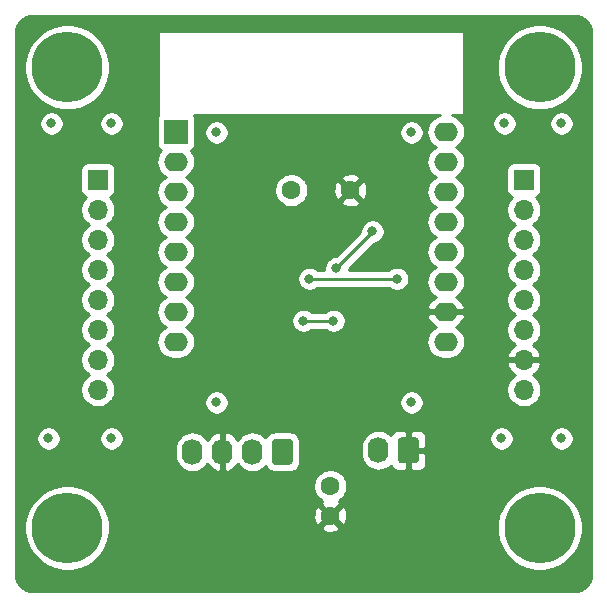
<source format=gbl>
G04 #@! TF.GenerationSoftware,KiCad,Pcbnew,(5.1.6)-1*
G04 #@! TF.CreationDate,2020-07-05T17:14:59-07:00*
G04 #@! TF.ProjectId,LED controller board - Wemos,4c454420-636f-46e7-9472-6f6c6c657220,rev?*
G04 #@! TF.SameCoordinates,Original*
G04 #@! TF.FileFunction,Copper,L2,Bot*
G04 #@! TF.FilePolarity,Positive*
%FSLAX46Y46*%
G04 Gerber Fmt 4.6, Leading zero omitted, Abs format (unit mm)*
G04 Created by KiCad (PCBNEW (5.1.6)-1) date 2020-07-05 17:14:59*
%MOMM*%
%LPD*%
G01*
G04 APERTURE LIST*
G04 #@! TA.AperFunction,ComponentPad*
%ADD10O,2.000000X1.600000*%
G04 #@! TD*
G04 #@! TA.AperFunction,ComponentPad*
%ADD11R,2.000000X2.000000*%
G04 #@! TD*
G04 #@! TA.AperFunction,ComponentPad*
%ADD12C,6.000000*%
G04 #@! TD*
G04 #@! TA.AperFunction,ComponentPad*
%ADD13O,1.740000X2.190000*%
G04 #@! TD*
G04 #@! TA.AperFunction,ComponentPad*
%ADD14C,1.600000*%
G04 #@! TD*
G04 #@! TA.AperFunction,ComponentPad*
%ADD15R,1.700000X1.700000*%
G04 #@! TD*
G04 #@! TA.AperFunction,ComponentPad*
%ADD16O,1.700000X1.700000*%
G04 #@! TD*
G04 #@! TA.AperFunction,ViaPad*
%ADD17C,0.800000*%
G04 #@! TD*
G04 #@! TA.AperFunction,Conductor*
%ADD18C,0.250000*%
G04 #@! TD*
G04 #@! TA.AperFunction,Conductor*
%ADD19C,0.254000*%
G04 #@! TD*
G04 APERTURE END LIST*
D10*
X84201000Y-65992000D03*
D11*
X84201000Y-63452000D03*
D10*
X84201000Y-68532000D03*
X84201000Y-71072000D03*
X84201000Y-73612000D03*
X84201000Y-76152000D03*
X84201000Y-78692000D03*
X84201000Y-81232000D03*
X107061000Y-81232000D03*
X107061000Y-78692000D03*
X107061000Y-76152000D03*
X107061000Y-73612000D03*
X107061000Y-71072000D03*
X107061000Y-68532000D03*
X107061000Y-65992000D03*
X107061000Y-63452000D03*
D12*
X75000000Y-97000000D03*
X115000000Y-97000000D03*
X115000000Y-58000000D03*
X75000000Y-58000000D03*
G04 #@! TA.AperFunction,ComponentPad*
G36*
G01*
X94088000Y-89705999D02*
X94088000Y-91396001D01*
G75*
G02*
X93838001Y-91646000I-249999J0D01*
G01*
X92597999Y-91646000D01*
G75*
G02*
X92348000Y-91396001I0J249999D01*
G01*
X92348000Y-89705999D01*
G75*
G02*
X92597999Y-89456000I249999J0D01*
G01*
X93838001Y-89456000D01*
G75*
G02*
X94088000Y-89705999I0J-249999D01*
G01*
G37*
G04 #@! TD.AperFunction*
D13*
X90678000Y-90551000D03*
X88138000Y-90551000D03*
X85598000Y-90551000D03*
D14*
X97282000Y-95972000D03*
X97282000Y-93472000D03*
X93980000Y-68405000D03*
X98980000Y-68405000D03*
D15*
X77597000Y-67516000D03*
D16*
X77597000Y-70056000D03*
X77597000Y-72596000D03*
X77597000Y-75136000D03*
X77597000Y-77676000D03*
X77597000Y-80216000D03*
X77597000Y-82756000D03*
X77597000Y-85296000D03*
X113665000Y-85296000D03*
X113665000Y-82756000D03*
X113665000Y-80216000D03*
X113665000Y-77676000D03*
X113665000Y-75136000D03*
X113665000Y-72596000D03*
X113665000Y-70056000D03*
D15*
X113665000Y-67516000D03*
G04 #@! TA.AperFunction,ComponentPad*
G36*
G01*
X104756000Y-89578999D02*
X104756000Y-91269001D01*
G75*
G02*
X104506001Y-91519000I-249999J0D01*
G01*
X103265999Y-91519000D01*
G75*
G02*
X103016000Y-91269001I0J249999D01*
G01*
X103016000Y-89578999D01*
G75*
G02*
X103265999Y-89329000I249999J0D01*
G01*
X104506001Y-89329000D01*
G75*
G02*
X104756000Y-89578999I0J-249999D01*
G01*
G37*
G04 #@! TD.AperFunction*
D13*
X101346000Y-90424000D03*
D17*
X73660000Y-62738000D03*
X78740000Y-62738000D03*
X78740000Y-89408000D03*
X73406000Y-89408000D03*
X116840000Y-89408000D03*
X112014000Y-62738000D03*
X116840000Y-62738000D03*
X104140000Y-86360000D03*
X87630000Y-63500000D03*
X104140000Y-63500000D03*
X87630000Y-86360000D03*
X111760000Y-89408000D03*
X100076000Y-77422000D03*
X95504000Y-75898000D03*
X102918000Y-75898000D03*
X97790000Y-74999400D03*
X100838000Y-71882000D03*
X94996000Y-79454000D03*
X97536000Y-79454000D03*
D18*
X95504000Y-75898000D02*
X102918000Y-75898000D01*
X106797400Y-65992000D02*
X106934000Y-65992000D01*
X97790000Y-74999400D02*
X100838000Y-71951400D01*
X100838000Y-71951400D02*
X100838000Y-71882000D01*
X94996000Y-79454000D02*
X97536000Y-79454000D01*
D19*
G36*
X118259659Y-53688625D02*
G01*
X118509429Y-53764035D01*
X118739792Y-53886522D01*
X118941980Y-54051422D01*
X119108286Y-54252450D01*
X119232378Y-54481954D01*
X119309531Y-54731195D01*
X119340000Y-55021088D01*
X119340001Y-100967711D01*
X119311375Y-101259660D01*
X119235965Y-101509429D01*
X119113477Y-101739794D01*
X118948579Y-101941979D01*
X118747546Y-102108288D01*
X118518046Y-102232378D01*
X118268805Y-102309531D01*
X117978911Y-102340000D01*
X72032279Y-102340000D01*
X71740340Y-102311375D01*
X71490571Y-102235965D01*
X71260206Y-102113477D01*
X71058021Y-101948579D01*
X70891712Y-101747546D01*
X70767622Y-101518046D01*
X70690469Y-101268805D01*
X70660000Y-100978911D01*
X70660000Y-96641984D01*
X71365000Y-96641984D01*
X71365000Y-97358016D01*
X71504691Y-98060290D01*
X71778705Y-98721818D01*
X72176511Y-99317177D01*
X72682823Y-99823489D01*
X73278182Y-100221295D01*
X73939710Y-100495309D01*
X74641984Y-100635000D01*
X75358016Y-100635000D01*
X76060290Y-100495309D01*
X76721818Y-100221295D01*
X77317177Y-99823489D01*
X77823489Y-99317177D01*
X78221295Y-98721818D01*
X78495309Y-98060290D01*
X78635000Y-97358016D01*
X78635000Y-96964702D01*
X96468903Y-96964702D01*
X96540486Y-97208671D01*
X96795996Y-97329571D01*
X97070184Y-97398300D01*
X97352512Y-97412217D01*
X97632130Y-97370787D01*
X97898292Y-97275603D01*
X98023514Y-97208671D01*
X98095097Y-96964702D01*
X97282000Y-96151605D01*
X96468903Y-96964702D01*
X78635000Y-96964702D01*
X78635000Y-96641984D01*
X78515758Y-96042512D01*
X95841783Y-96042512D01*
X95883213Y-96322130D01*
X95978397Y-96588292D01*
X96045329Y-96713514D01*
X96289298Y-96785097D01*
X97102395Y-95972000D01*
X97461605Y-95972000D01*
X98274702Y-96785097D01*
X98518671Y-96713514D01*
X98552516Y-96641984D01*
X111365000Y-96641984D01*
X111365000Y-97358016D01*
X111504691Y-98060290D01*
X111778705Y-98721818D01*
X112176511Y-99317177D01*
X112682823Y-99823489D01*
X113278182Y-100221295D01*
X113939710Y-100495309D01*
X114641984Y-100635000D01*
X115358016Y-100635000D01*
X116060290Y-100495309D01*
X116721818Y-100221295D01*
X117317177Y-99823489D01*
X117823489Y-99317177D01*
X118221295Y-98721818D01*
X118495309Y-98060290D01*
X118635000Y-97358016D01*
X118635000Y-96641984D01*
X118495309Y-95939710D01*
X118221295Y-95278182D01*
X117823489Y-94682823D01*
X117317177Y-94176511D01*
X116721818Y-93778705D01*
X116060290Y-93504691D01*
X115358016Y-93365000D01*
X114641984Y-93365000D01*
X113939710Y-93504691D01*
X113278182Y-93778705D01*
X112682823Y-94176511D01*
X112176511Y-94682823D01*
X111778705Y-95278182D01*
X111504691Y-95939710D01*
X111365000Y-96641984D01*
X98552516Y-96641984D01*
X98639571Y-96458004D01*
X98708300Y-96183816D01*
X98722217Y-95901488D01*
X98680787Y-95621870D01*
X98585603Y-95355708D01*
X98518671Y-95230486D01*
X98274702Y-95158903D01*
X97461605Y-95972000D01*
X97102395Y-95972000D01*
X96289298Y-95158903D01*
X96045329Y-95230486D01*
X95924429Y-95485996D01*
X95855700Y-95760184D01*
X95841783Y-96042512D01*
X78515758Y-96042512D01*
X78495309Y-95939710D01*
X78221295Y-95278182D01*
X77823489Y-94682823D01*
X77317177Y-94176511D01*
X76721818Y-93778705D01*
X76060290Y-93504691D01*
X75358016Y-93365000D01*
X74641984Y-93365000D01*
X73939710Y-93504691D01*
X73278182Y-93778705D01*
X72682823Y-94176511D01*
X72176511Y-94682823D01*
X71778705Y-95278182D01*
X71504691Y-95939710D01*
X71365000Y-96641984D01*
X70660000Y-96641984D01*
X70660000Y-93330665D01*
X95847000Y-93330665D01*
X95847000Y-93613335D01*
X95902147Y-93890574D01*
X96010320Y-94151727D01*
X96167363Y-94386759D01*
X96367241Y-94586637D01*
X96567869Y-94720692D01*
X96540486Y-94735329D01*
X96468903Y-94979298D01*
X97282000Y-95792395D01*
X98095097Y-94979298D01*
X98023514Y-94735329D01*
X97994659Y-94721676D01*
X98196759Y-94586637D01*
X98396637Y-94386759D01*
X98553680Y-94151727D01*
X98661853Y-93890574D01*
X98717000Y-93613335D01*
X98717000Y-93330665D01*
X98661853Y-93053426D01*
X98553680Y-92792273D01*
X98396637Y-92557241D01*
X98196759Y-92357363D01*
X97961727Y-92200320D01*
X97700574Y-92092147D01*
X97423335Y-92037000D01*
X97140665Y-92037000D01*
X96863426Y-92092147D01*
X96602273Y-92200320D01*
X96367241Y-92357363D01*
X96167363Y-92557241D01*
X96010320Y-92792273D01*
X95902147Y-93053426D01*
X95847000Y-93330665D01*
X70660000Y-93330665D01*
X70660000Y-89306061D01*
X72371000Y-89306061D01*
X72371000Y-89509939D01*
X72410774Y-89709898D01*
X72488795Y-89898256D01*
X72602063Y-90067774D01*
X72746226Y-90211937D01*
X72915744Y-90325205D01*
X73104102Y-90403226D01*
X73304061Y-90443000D01*
X73507939Y-90443000D01*
X73707898Y-90403226D01*
X73896256Y-90325205D01*
X74065774Y-90211937D01*
X74209937Y-90067774D01*
X74323205Y-89898256D01*
X74401226Y-89709898D01*
X74441000Y-89509939D01*
X74441000Y-89306061D01*
X77705000Y-89306061D01*
X77705000Y-89509939D01*
X77744774Y-89709898D01*
X77822795Y-89898256D01*
X77936063Y-90067774D01*
X78080226Y-90211937D01*
X78249744Y-90325205D01*
X78438102Y-90403226D01*
X78638061Y-90443000D01*
X78841939Y-90443000D01*
X79041898Y-90403226D01*
X79230256Y-90325205D01*
X79339719Y-90252064D01*
X84093000Y-90252064D01*
X84093000Y-90849935D01*
X84114776Y-91071031D01*
X84200834Y-91354724D01*
X84340583Y-91616178D01*
X84528655Y-91845345D01*
X84757821Y-92033417D01*
X85019275Y-92173166D01*
X85302968Y-92259224D01*
X85598000Y-92288282D01*
X85893031Y-92259224D01*
X86176724Y-92173166D01*
X86438178Y-92033417D01*
X86667345Y-91845345D01*
X86855417Y-91616179D01*
X86870560Y-91587848D01*
X86963292Y-91728433D01*
X87171674Y-91939306D01*
X87417191Y-92105474D01*
X87690409Y-92220551D01*
X87777969Y-92237302D01*
X88011000Y-92116246D01*
X88011000Y-90678000D01*
X87991000Y-90678000D01*
X87991000Y-90424000D01*
X88011000Y-90424000D01*
X88011000Y-88985754D01*
X88265000Y-88985754D01*
X88265000Y-90424000D01*
X88285000Y-90424000D01*
X88285000Y-90678000D01*
X88265000Y-90678000D01*
X88265000Y-92116246D01*
X88498031Y-92237302D01*
X88585591Y-92220551D01*
X88858809Y-92105474D01*
X89104326Y-91939306D01*
X89312708Y-91728433D01*
X89405440Y-91587848D01*
X89420583Y-91616178D01*
X89608655Y-91845345D01*
X89837821Y-92033417D01*
X90099275Y-92173166D01*
X90382968Y-92259224D01*
X90678000Y-92288282D01*
X90973031Y-92259224D01*
X91256724Y-92173166D01*
X91518178Y-92033417D01*
X91747345Y-91845345D01*
X91801066Y-91779886D01*
X91859595Y-91889387D01*
X91970038Y-92023962D01*
X92104613Y-92134405D01*
X92258149Y-92216472D01*
X92424745Y-92267008D01*
X92597999Y-92284072D01*
X93838001Y-92284072D01*
X94011255Y-92267008D01*
X94177851Y-92216472D01*
X94331387Y-92134405D01*
X94465962Y-92023962D01*
X94576405Y-91889387D01*
X94658472Y-91735851D01*
X94709008Y-91569255D01*
X94726072Y-91396001D01*
X94726072Y-90125064D01*
X99841000Y-90125064D01*
X99841000Y-90722935D01*
X99862776Y-90944031D01*
X99948834Y-91227724D01*
X100088583Y-91489178D01*
X100276655Y-91718345D01*
X100505821Y-91906417D01*
X100767275Y-92046166D01*
X101050968Y-92132224D01*
X101346000Y-92161282D01*
X101641031Y-92132224D01*
X101924724Y-92046166D01*
X102186178Y-91906417D01*
X102413385Y-91719953D01*
X102426498Y-91763180D01*
X102485463Y-91873494D01*
X102564815Y-91970185D01*
X102661506Y-92049537D01*
X102771820Y-92108502D01*
X102891518Y-92144812D01*
X103016000Y-92157072D01*
X103600250Y-92154000D01*
X103759000Y-91995250D01*
X103759000Y-90551000D01*
X104013000Y-90551000D01*
X104013000Y-91995250D01*
X104171750Y-92154000D01*
X104756000Y-92157072D01*
X104880482Y-92144812D01*
X105000180Y-92108502D01*
X105110494Y-92049537D01*
X105207185Y-91970185D01*
X105286537Y-91873494D01*
X105345502Y-91763180D01*
X105381812Y-91643482D01*
X105394072Y-91519000D01*
X105391000Y-90709750D01*
X105232250Y-90551000D01*
X104013000Y-90551000D01*
X103759000Y-90551000D01*
X103739000Y-90551000D01*
X103739000Y-90297000D01*
X103759000Y-90297000D01*
X103759000Y-88852750D01*
X104013000Y-88852750D01*
X104013000Y-90297000D01*
X105232250Y-90297000D01*
X105391000Y-90138250D01*
X105394072Y-89329000D01*
X105391813Y-89306061D01*
X110725000Y-89306061D01*
X110725000Y-89509939D01*
X110764774Y-89709898D01*
X110842795Y-89898256D01*
X110956063Y-90067774D01*
X111100226Y-90211937D01*
X111269744Y-90325205D01*
X111458102Y-90403226D01*
X111658061Y-90443000D01*
X111861939Y-90443000D01*
X112061898Y-90403226D01*
X112250256Y-90325205D01*
X112419774Y-90211937D01*
X112563937Y-90067774D01*
X112677205Y-89898256D01*
X112755226Y-89709898D01*
X112795000Y-89509939D01*
X112795000Y-89306061D01*
X115805000Y-89306061D01*
X115805000Y-89509939D01*
X115844774Y-89709898D01*
X115922795Y-89898256D01*
X116036063Y-90067774D01*
X116180226Y-90211937D01*
X116349744Y-90325205D01*
X116538102Y-90403226D01*
X116738061Y-90443000D01*
X116941939Y-90443000D01*
X117141898Y-90403226D01*
X117330256Y-90325205D01*
X117499774Y-90211937D01*
X117643937Y-90067774D01*
X117757205Y-89898256D01*
X117835226Y-89709898D01*
X117875000Y-89509939D01*
X117875000Y-89306061D01*
X117835226Y-89106102D01*
X117757205Y-88917744D01*
X117643937Y-88748226D01*
X117499774Y-88604063D01*
X117330256Y-88490795D01*
X117141898Y-88412774D01*
X116941939Y-88373000D01*
X116738061Y-88373000D01*
X116538102Y-88412774D01*
X116349744Y-88490795D01*
X116180226Y-88604063D01*
X116036063Y-88748226D01*
X115922795Y-88917744D01*
X115844774Y-89106102D01*
X115805000Y-89306061D01*
X112795000Y-89306061D01*
X112755226Y-89106102D01*
X112677205Y-88917744D01*
X112563937Y-88748226D01*
X112419774Y-88604063D01*
X112250256Y-88490795D01*
X112061898Y-88412774D01*
X111861939Y-88373000D01*
X111658061Y-88373000D01*
X111458102Y-88412774D01*
X111269744Y-88490795D01*
X111100226Y-88604063D01*
X110956063Y-88748226D01*
X110842795Y-88917744D01*
X110764774Y-89106102D01*
X110725000Y-89306061D01*
X105391813Y-89306061D01*
X105381812Y-89204518D01*
X105345502Y-89084820D01*
X105286537Y-88974506D01*
X105207185Y-88877815D01*
X105110494Y-88798463D01*
X105000180Y-88739498D01*
X104880482Y-88703188D01*
X104756000Y-88690928D01*
X104171750Y-88694000D01*
X104013000Y-88852750D01*
X103759000Y-88852750D01*
X103600250Y-88694000D01*
X103016000Y-88690928D01*
X102891518Y-88703188D01*
X102771820Y-88739498D01*
X102661506Y-88798463D01*
X102564815Y-88877815D01*
X102485463Y-88974506D01*
X102426498Y-89084820D01*
X102413385Y-89128047D01*
X102186179Y-88941583D01*
X101924725Y-88801834D01*
X101641032Y-88715776D01*
X101346000Y-88686718D01*
X101050969Y-88715776D01*
X100767276Y-88801834D01*
X100505822Y-88941583D01*
X100276655Y-89129655D01*
X100088583Y-89358821D01*
X99948834Y-89620275D01*
X99862776Y-89903968D01*
X99841000Y-90125064D01*
X94726072Y-90125064D01*
X94726072Y-89705999D01*
X94709008Y-89532745D01*
X94658472Y-89366149D01*
X94576405Y-89212613D01*
X94465962Y-89078038D01*
X94331387Y-88967595D01*
X94177851Y-88885528D01*
X94011255Y-88834992D01*
X93838001Y-88817928D01*
X92597999Y-88817928D01*
X92424745Y-88834992D01*
X92258149Y-88885528D01*
X92104613Y-88967595D01*
X91970038Y-89078038D01*
X91859595Y-89212613D01*
X91801066Y-89322114D01*
X91747345Y-89256655D01*
X91518179Y-89068583D01*
X91256725Y-88928834D01*
X90973032Y-88842776D01*
X90678000Y-88813718D01*
X90382969Y-88842776D01*
X90099276Y-88928834D01*
X89837822Y-89068583D01*
X89608655Y-89256655D01*
X89420583Y-89485821D01*
X89405440Y-89514152D01*
X89312708Y-89373567D01*
X89104326Y-89162694D01*
X88858809Y-88996526D01*
X88585591Y-88881449D01*
X88498031Y-88864698D01*
X88265000Y-88985754D01*
X88011000Y-88985754D01*
X87777969Y-88864698D01*
X87690409Y-88881449D01*
X87417191Y-88996526D01*
X87171674Y-89162694D01*
X86963292Y-89373567D01*
X86870560Y-89514152D01*
X86855417Y-89485821D01*
X86667345Y-89256655D01*
X86438179Y-89068583D01*
X86176725Y-88928834D01*
X85893032Y-88842776D01*
X85598000Y-88813718D01*
X85302969Y-88842776D01*
X85019276Y-88928834D01*
X84757822Y-89068583D01*
X84528655Y-89256655D01*
X84340583Y-89485821D01*
X84200834Y-89747275D01*
X84114776Y-90030968D01*
X84093000Y-90252064D01*
X79339719Y-90252064D01*
X79399774Y-90211937D01*
X79543937Y-90067774D01*
X79657205Y-89898256D01*
X79735226Y-89709898D01*
X79775000Y-89509939D01*
X79775000Y-89306061D01*
X79735226Y-89106102D01*
X79657205Y-88917744D01*
X79543937Y-88748226D01*
X79399774Y-88604063D01*
X79230256Y-88490795D01*
X79041898Y-88412774D01*
X78841939Y-88373000D01*
X78638061Y-88373000D01*
X78438102Y-88412774D01*
X78249744Y-88490795D01*
X78080226Y-88604063D01*
X77936063Y-88748226D01*
X77822795Y-88917744D01*
X77744774Y-89106102D01*
X77705000Y-89306061D01*
X74441000Y-89306061D01*
X74401226Y-89106102D01*
X74323205Y-88917744D01*
X74209937Y-88748226D01*
X74065774Y-88604063D01*
X73896256Y-88490795D01*
X73707898Y-88412774D01*
X73507939Y-88373000D01*
X73304061Y-88373000D01*
X73104102Y-88412774D01*
X72915744Y-88490795D01*
X72746226Y-88604063D01*
X72602063Y-88748226D01*
X72488795Y-88917744D01*
X72410774Y-89106102D01*
X72371000Y-89306061D01*
X70660000Y-89306061D01*
X70660000Y-66666000D01*
X76108928Y-66666000D01*
X76108928Y-68366000D01*
X76121188Y-68490482D01*
X76157498Y-68610180D01*
X76216463Y-68720494D01*
X76295815Y-68817185D01*
X76392506Y-68896537D01*
X76502820Y-68955502D01*
X76575380Y-68977513D01*
X76443525Y-69109368D01*
X76281010Y-69352589D01*
X76169068Y-69622842D01*
X76112000Y-69909740D01*
X76112000Y-70202260D01*
X76169068Y-70489158D01*
X76281010Y-70759411D01*
X76443525Y-71002632D01*
X76650368Y-71209475D01*
X76824760Y-71326000D01*
X76650368Y-71442525D01*
X76443525Y-71649368D01*
X76281010Y-71892589D01*
X76169068Y-72162842D01*
X76112000Y-72449740D01*
X76112000Y-72742260D01*
X76169068Y-73029158D01*
X76281010Y-73299411D01*
X76443525Y-73542632D01*
X76650368Y-73749475D01*
X76824760Y-73866000D01*
X76650368Y-73982525D01*
X76443525Y-74189368D01*
X76281010Y-74432589D01*
X76169068Y-74702842D01*
X76112000Y-74989740D01*
X76112000Y-75282260D01*
X76169068Y-75569158D01*
X76281010Y-75839411D01*
X76443525Y-76082632D01*
X76650368Y-76289475D01*
X76824760Y-76406000D01*
X76650368Y-76522525D01*
X76443525Y-76729368D01*
X76281010Y-76972589D01*
X76169068Y-77242842D01*
X76112000Y-77529740D01*
X76112000Y-77822260D01*
X76169068Y-78109158D01*
X76281010Y-78379411D01*
X76443525Y-78622632D01*
X76650368Y-78829475D01*
X76824760Y-78946000D01*
X76650368Y-79062525D01*
X76443525Y-79269368D01*
X76281010Y-79512589D01*
X76169068Y-79782842D01*
X76112000Y-80069740D01*
X76112000Y-80362260D01*
X76169068Y-80649158D01*
X76281010Y-80919411D01*
X76443525Y-81162632D01*
X76650368Y-81369475D01*
X76824760Y-81486000D01*
X76650368Y-81602525D01*
X76443525Y-81809368D01*
X76281010Y-82052589D01*
X76169068Y-82322842D01*
X76112000Y-82609740D01*
X76112000Y-82902260D01*
X76169068Y-83189158D01*
X76281010Y-83459411D01*
X76443525Y-83702632D01*
X76650368Y-83909475D01*
X76824760Y-84026000D01*
X76650368Y-84142525D01*
X76443525Y-84349368D01*
X76281010Y-84592589D01*
X76169068Y-84862842D01*
X76112000Y-85149740D01*
X76112000Y-85442260D01*
X76169068Y-85729158D01*
X76281010Y-85999411D01*
X76443525Y-86242632D01*
X76650368Y-86449475D01*
X76893589Y-86611990D01*
X77163842Y-86723932D01*
X77450740Y-86781000D01*
X77743260Y-86781000D01*
X78030158Y-86723932D01*
X78300411Y-86611990D01*
X78543632Y-86449475D01*
X78735046Y-86258061D01*
X86595000Y-86258061D01*
X86595000Y-86461939D01*
X86634774Y-86661898D01*
X86712795Y-86850256D01*
X86826063Y-87019774D01*
X86970226Y-87163937D01*
X87139744Y-87277205D01*
X87328102Y-87355226D01*
X87528061Y-87395000D01*
X87731939Y-87395000D01*
X87931898Y-87355226D01*
X88120256Y-87277205D01*
X88289774Y-87163937D01*
X88433937Y-87019774D01*
X88547205Y-86850256D01*
X88625226Y-86661898D01*
X88665000Y-86461939D01*
X88665000Y-86258061D01*
X103105000Y-86258061D01*
X103105000Y-86461939D01*
X103144774Y-86661898D01*
X103222795Y-86850256D01*
X103336063Y-87019774D01*
X103480226Y-87163937D01*
X103649744Y-87277205D01*
X103838102Y-87355226D01*
X104038061Y-87395000D01*
X104241939Y-87395000D01*
X104441898Y-87355226D01*
X104630256Y-87277205D01*
X104799774Y-87163937D01*
X104943937Y-87019774D01*
X105057205Y-86850256D01*
X105135226Y-86661898D01*
X105175000Y-86461939D01*
X105175000Y-86258061D01*
X105135226Y-86058102D01*
X105057205Y-85869744D01*
X104943937Y-85700226D01*
X104799774Y-85556063D01*
X104630256Y-85442795D01*
X104441898Y-85364774D01*
X104241939Y-85325000D01*
X104038061Y-85325000D01*
X103838102Y-85364774D01*
X103649744Y-85442795D01*
X103480226Y-85556063D01*
X103336063Y-85700226D01*
X103222795Y-85869744D01*
X103144774Y-86058102D01*
X103105000Y-86258061D01*
X88665000Y-86258061D01*
X88625226Y-86058102D01*
X88547205Y-85869744D01*
X88433937Y-85700226D01*
X88289774Y-85556063D01*
X88120256Y-85442795D01*
X87931898Y-85364774D01*
X87731939Y-85325000D01*
X87528061Y-85325000D01*
X87328102Y-85364774D01*
X87139744Y-85442795D01*
X86970226Y-85556063D01*
X86826063Y-85700226D01*
X86712795Y-85869744D01*
X86634774Y-86058102D01*
X86595000Y-86258061D01*
X78735046Y-86258061D01*
X78750475Y-86242632D01*
X78912990Y-85999411D01*
X79024932Y-85729158D01*
X79082000Y-85442260D01*
X79082000Y-85149740D01*
X112180000Y-85149740D01*
X112180000Y-85442260D01*
X112237068Y-85729158D01*
X112349010Y-85999411D01*
X112511525Y-86242632D01*
X112718368Y-86449475D01*
X112961589Y-86611990D01*
X113231842Y-86723932D01*
X113518740Y-86781000D01*
X113811260Y-86781000D01*
X114098158Y-86723932D01*
X114368411Y-86611990D01*
X114611632Y-86449475D01*
X114818475Y-86242632D01*
X114980990Y-85999411D01*
X115092932Y-85729158D01*
X115150000Y-85442260D01*
X115150000Y-85149740D01*
X115092932Y-84862842D01*
X114980990Y-84592589D01*
X114818475Y-84349368D01*
X114611632Y-84142525D01*
X114429466Y-84020805D01*
X114546355Y-83951178D01*
X114762588Y-83756269D01*
X114936641Y-83522920D01*
X115061825Y-83260099D01*
X115106476Y-83112890D01*
X114985155Y-82883000D01*
X113792000Y-82883000D01*
X113792000Y-82903000D01*
X113538000Y-82903000D01*
X113538000Y-82883000D01*
X112344845Y-82883000D01*
X112223524Y-83112890D01*
X112268175Y-83260099D01*
X112393359Y-83522920D01*
X112567412Y-83756269D01*
X112783645Y-83951178D01*
X112900534Y-84020805D01*
X112718368Y-84142525D01*
X112511525Y-84349368D01*
X112349010Y-84592589D01*
X112237068Y-84862842D01*
X112180000Y-85149740D01*
X79082000Y-85149740D01*
X79024932Y-84862842D01*
X78912990Y-84592589D01*
X78750475Y-84349368D01*
X78543632Y-84142525D01*
X78369240Y-84026000D01*
X78543632Y-83909475D01*
X78750475Y-83702632D01*
X78912990Y-83459411D01*
X79024932Y-83189158D01*
X79082000Y-82902260D01*
X79082000Y-82609740D01*
X79024932Y-82322842D01*
X78912990Y-82052589D01*
X78750475Y-81809368D01*
X78543632Y-81602525D01*
X78369240Y-81486000D01*
X78543632Y-81369475D01*
X78750475Y-81162632D01*
X78912990Y-80919411D01*
X79024932Y-80649158D01*
X79082000Y-80362260D01*
X79082000Y-80069740D01*
X79024932Y-79782842D01*
X78912990Y-79512589D01*
X78750475Y-79269368D01*
X78543632Y-79062525D01*
X78369240Y-78946000D01*
X78543632Y-78829475D01*
X78750475Y-78622632D01*
X78912990Y-78379411D01*
X79024932Y-78109158D01*
X79082000Y-77822260D01*
X79082000Y-77529740D01*
X79024932Y-77242842D01*
X78912990Y-76972589D01*
X78750475Y-76729368D01*
X78543632Y-76522525D01*
X78369240Y-76406000D01*
X78543632Y-76289475D01*
X78750475Y-76082632D01*
X78912990Y-75839411D01*
X79024932Y-75569158D01*
X79082000Y-75282260D01*
X79082000Y-74989740D01*
X79024932Y-74702842D01*
X78912990Y-74432589D01*
X78750475Y-74189368D01*
X78543632Y-73982525D01*
X78369240Y-73866000D01*
X78543632Y-73749475D01*
X78750475Y-73542632D01*
X78912990Y-73299411D01*
X79024932Y-73029158D01*
X79082000Y-72742260D01*
X79082000Y-72449740D01*
X79024932Y-72162842D01*
X78912990Y-71892589D01*
X78750475Y-71649368D01*
X78543632Y-71442525D01*
X78369240Y-71326000D01*
X78543632Y-71209475D01*
X78750475Y-71002632D01*
X78912990Y-70759411D01*
X79024932Y-70489158D01*
X79082000Y-70202260D01*
X79082000Y-69909740D01*
X79024932Y-69622842D01*
X78912990Y-69352589D01*
X78750475Y-69109368D01*
X78618620Y-68977513D01*
X78691180Y-68955502D01*
X78801494Y-68896537D01*
X78898185Y-68817185D01*
X78977537Y-68720494D01*
X79036502Y-68610180D01*
X79072812Y-68490482D01*
X79085072Y-68366000D01*
X79085072Y-66666000D01*
X79072812Y-66541518D01*
X79036502Y-66421820D01*
X78977537Y-66311506D01*
X78898185Y-66214815D01*
X78801494Y-66135463D01*
X78691180Y-66076498D01*
X78571482Y-66040188D01*
X78447000Y-66027928D01*
X76747000Y-66027928D01*
X76622518Y-66040188D01*
X76502820Y-66076498D01*
X76392506Y-66135463D01*
X76295815Y-66214815D01*
X76216463Y-66311506D01*
X76157498Y-66421820D01*
X76121188Y-66541518D01*
X76108928Y-66666000D01*
X70660000Y-66666000D01*
X70660000Y-65992000D01*
X82559057Y-65992000D01*
X82586764Y-66273309D01*
X82668818Y-66543808D01*
X82802068Y-66793101D01*
X82981392Y-67011608D01*
X83199899Y-67190932D01*
X83332858Y-67262000D01*
X83199899Y-67333068D01*
X82981392Y-67512392D01*
X82802068Y-67730899D01*
X82668818Y-67980192D01*
X82586764Y-68250691D01*
X82559057Y-68532000D01*
X82586764Y-68813309D01*
X82668818Y-69083808D01*
X82802068Y-69333101D01*
X82981392Y-69551608D01*
X83199899Y-69730932D01*
X83332858Y-69802000D01*
X83199899Y-69873068D01*
X82981392Y-70052392D01*
X82802068Y-70270899D01*
X82668818Y-70520192D01*
X82586764Y-70790691D01*
X82559057Y-71072000D01*
X82586764Y-71353309D01*
X82668818Y-71623808D01*
X82802068Y-71873101D01*
X82981392Y-72091608D01*
X83199899Y-72270932D01*
X83332858Y-72342000D01*
X83199899Y-72413068D01*
X82981392Y-72592392D01*
X82802068Y-72810899D01*
X82668818Y-73060192D01*
X82586764Y-73330691D01*
X82559057Y-73612000D01*
X82586764Y-73893309D01*
X82668818Y-74163808D01*
X82802068Y-74413101D01*
X82981392Y-74631608D01*
X83199899Y-74810932D01*
X83332858Y-74882000D01*
X83199899Y-74953068D01*
X82981392Y-75132392D01*
X82802068Y-75350899D01*
X82668818Y-75600192D01*
X82586764Y-75870691D01*
X82559057Y-76152000D01*
X82586764Y-76433309D01*
X82668818Y-76703808D01*
X82802068Y-76953101D01*
X82981392Y-77171608D01*
X83199899Y-77350932D01*
X83332858Y-77422000D01*
X83199899Y-77493068D01*
X82981392Y-77672392D01*
X82802068Y-77890899D01*
X82668818Y-78140192D01*
X82586764Y-78410691D01*
X82559057Y-78692000D01*
X82586764Y-78973309D01*
X82668818Y-79243808D01*
X82802068Y-79493101D01*
X82981392Y-79711608D01*
X83199899Y-79890932D01*
X83332858Y-79962000D01*
X83199899Y-80033068D01*
X82981392Y-80212392D01*
X82802068Y-80430899D01*
X82668818Y-80680192D01*
X82586764Y-80950691D01*
X82559057Y-81232000D01*
X82586764Y-81513309D01*
X82668818Y-81783808D01*
X82802068Y-82033101D01*
X82981392Y-82251608D01*
X83199899Y-82430932D01*
X83449192Y-82564182D01*
X83719691Y-82646236D01*
X83930508Y-82667000D01*
X84471492Y-82667000D01*
X84682309Y-82646236D01*
X84952808Y-82564182D01*
X85202101Y-82430932D01*
X85420608Y-82251608D01*
X85599932Y-82033101D01*
X85733182Y-81783808D01*
X85815236Y-81513309D01*
X85842943Y-81232000D01*
X105419057Y-81232000D01*
X105446764Y-81513309D01*
X105528818Y-81783808D01*
X105662068Y-82033101D01*
X105841392Y-82251608D01*
X106059899Y-82430932D01*
X106309192Y-82564182D01*
X106579691Y-82646236D01*
X106790508Y-82667000D01*
X107331492Y-82667000D01*
X107542309Y-82646236D01*
X107812808Y-82564182D01*
X108062101Y-82430932D01*
X108280608Y-82251608D01*
X108459932Y-82033101D01*
X108593182Y-81783808D01*
X108675236Y-81513309D01*
X108702943Y-81232000D01*
X108675236Y-80950691D01*
X108593182Y-80680192D01*
X108459932Y-80430899D01*
X108280608Y-80212392D01*
X108062101Y-80033068D01*
X107932655Y-79963878D01*
X107950227Y-79956430D01*
X108183662Y-79797673D01*
X108381639Y-79596425D01*
X108536551Y-79360421D01*
X108642444Y-79098730D01*
X108652904Y-79041039D01*
X108530915Y-78819000D01*
X107188000Y-78819000D01*
X107188000Y-78839000D01*
X106934000Y-78839000D01*
X106934000Y-78819000D01*
X105591085Y-78819000D01*
X105469096Y-79041039D01*
X105479556Y-79098730D01*
X105585449Y-79360421D01*
X105740361Y-79596425D01*
X105938338Y-79797673D01*
X106171773Y-79956430D01*
X106189345Y-79963878D01*
X106059899Y-80033068D01*
X105841392Y-80212392D01*
X105662068Y-80430899D01*
X105528818Y-80680192D01*
X105446764Y-80950691D01*
X105419057Y-81232000D01*
X85842943Y-81232000D01*
X85815236Y-80950691D01*
X85733182Y-80680192D01*
X85599932Y-80430899D01*
X85420608Y-80212392D01*
X85202101Y-80033068D01*
X85069142Y-79962000D01*
X85202101Y-79890932D01*
X85420608Y-79711608D01*
X85599932Y-79493101D01*
X85675319Y-79352061D01*
X93961000Y-79352061D01*
X93961000Y-79555939D01*
X94000774Y-79755898D01*
X94078795Y-79944256D01*
X94192063Y-80113774D01*
X94336226Y-80257937D01*
X94505744Y-80371205D01*
X94694102Y-80449226D01*
X94894061Y-80489000D01*
X95097939Y-80489000D01*
X95297898Y-80449226D01*
X95486256Y-80371205D01*
X95655774Y-80257937D01*
X95699711Y-80214000D01*
X96832289Y-80214000D01*
X96876226Y-80257937D01*
X97045744Y-80371205D01*
X97234102Y-80449226D01*
X97434061Y-80489000D01*
X97637939Y-80489000D01*
X97837898Y-80449226D01*
X98026256Y-80371205D01*
X98195774Y-80257937D01*
X98339937Y-80113774D01*
X98453205Y-79944256D01*
X98531226Y-79755898D01*
X98571000Y-79555939D01*
X98571000Y-79352061D01*
X98531226Y-79152102D01*
X98453205Y-78963744D01*
X98339937Y-78794226D01*
X98195774Y-78650063D01*
X98026256Y-78536795D01*
X97837898Y-78458774D01*
X97637939Y-78419000D01*
X97434061Y-78419000D01*
X97234102Y-78458774D01*
X97045744Y-78536795D01*
X96876226Y-78650063D01*
X96832289Y-78694000D01*
X95699711Y-78694000D01*
X95655774Y-78650063D01*
X95486256Y-78536795D01*
X95297898Y-78458774D01*
X95097939Y-78419000D01*
X94894061Y-78419000D01*
X94694102Y-78458774D01*
X94505744Y-78536795D01*
X94336226Y-78650063D01*
X94192063Y-78794226D01*
X94078795Y-78963744D01*
X94000774Y-79152102D01*
X93961000Y-79352061D01*
X85675319Y-79352061D01*
X85733182Y-79243808D01*
X85815236Y-78973309D01*
X85842943Y-78692000D01*
X85815236Y-78410691D01*
X85733182Y-78140192D01*
X85599932Y-77890899D01*
X85420608Y-77672392D01*
X85202101Y-77493068D01*
X85069142Y-77422000D01*
X85202101Y-77350932D01*
X85420608Y-77171608D01*
X85599932Y-76953101D01*
X85733182Y-76703808D01*
X85815236Y-76433309D01*
X85842943Y-76152000D01*
X85815236Y-75870691D01*
X85792598Y-75796061D01*
X94469000Y-75796061D01*
X94469000Y-75999939D01*
X94508774Y-76199898D01*
X94586795Y-76388256D01*
X94700063Y-76557774D01*
X94844226Y-76701937D01*
X95013744Y-76815205D01*
X95202102Y-76893226D01*
X95402061Y-76933000D01*
X95605939Y-76933000D01*
X95805898Y-76893226D01*
X95994256Y-76815205D01*
X96163774Y-76701937D01*
X96207711Y-76658000D01*
X102214289Y-76658000D01*
X102258226Y-76701937D01*
X102427744Y-76815205D01*
X102616102Y-76893226D01*
X102816061Y-76933000D01*
X103019939Y-76933000D01*
X103219898Y-76893226D01*
X103408256Y-76815205D01*
X103577774Y-76701937D01*
X103721937Y-76557774D01*
X103835205Y-76388256D01*
X103913226Y-76199898D01*
X103953000Y-75999939D01*
X103953000Y-75796061D01*
X103913226Y-75596102D01*
X103835205Y-75407744D01*
X103721937Y-75238226D01*
X103577774Y-75094063D01*
X103408256Y-74980795D01*
X103219898Y-74902774D01*
X103019939Y-74863000D01*
X102816061Y-74863000D01*
X102616102Y-74902774D01*
X102427744Y-74980795D01*
X102258226Y-75094063D01*
X102214289Y-75138000D01*
X98817708Y-75138000D01*
X98825000Y-75101339D01*
X98825000Y-75039201D01*
X100949005Y-72915197D01*
X101139898Y-72877226D01*
X101328256Y-72799205D01*
X101497774Y-72685937D01*
X101641937Y-72541774D01*
X101755205Y-72372256D01*
X101833226Y-72183898D01*
X101873000Y-71983939D01*
X101873000Y-71780061D01*
X101833226Y-71580102D01*
X101755205Y-71391744D01*
X101641937Y-71222226D01*
X101497774Y-71078063D01*
X101328256Y-70964795D01*
X101139898Y-70886774D01*
X100939939Y-70847000D01*
X100736061Y-70847000D01*
X100536102Y-70886774D01*
X100347744Y-70964795D01*
X100178226Y-71078063D01*
X100034063Y-71222226D01*
X99920795Y-71391744D01*
X99842774Y-71580102D01*
X99803000Y-71780061D01*
X99803000Y-71911598D01*
X97750199Y-73964400D01*
X97688061Y-73964400D01*
X97488102Y-74004174D01*
X97299744Y-74082195D01*
X97130226Y-74195463D01*
X96986063Y-74339626D01*
X96872795Y-74509144D01*
X96794774Y-74697502D01*
X96755000Y-74897461D01*
X96755000Y-75101339D01*
X96762292Y-75138000D01*
X96207711Y-75138000D01*
X96163774Y-75094063D01*
X95994256Y-74980795D01*
X95805898Y-74902774D01*
X95605939Y-74863000D01*
X95402061Y-74863000D01*
X95202102Y-74902774D01*
X95013744Y-74980795D01*
X94844226Y-75094063D01*
X94700063Y-75238226D01*
X94586795Y-75407744D01*
X94508774Y-75596102D01*
X94469000Y-75796061D01*
X85792598Y-75796061D01*
X85733182Y-75600192D01*
X85599932Y-75350899D01*
X85420608Y-75132392D01*
X85202101Y-74953068D01*
X85069142Y-74882000D01*
X85202101Y-74810932D01*
X85420608Y-74631608D01*
X85599932Y-74413101D01*
X85733182Y-74163808D01*
X85815236Y-73893309D01*
X85842943Y-73612000D01*
X85815236Y-73330691D01*
X85733182Y-73060192D01*
X85599932Y-72810899D01*
X85420608Y-72592392D01*
X85202101Y-72413068D01*
X85069142Y-72342000D01*
X85202101Y-72270932D01*
X85420608Y-72091608D01*
X85599932Y-71873101D01*
X85733182Y-71623808D01*
X85815236Y-71353309D01*
X85842943Y-71072000D01*
X85815236Y-70790691D01*
X85733182Y-70520192D01*
X85599932Y-70270899D01*
X85420608Y-70052392D01*
X85202101Y-69873068D01*
X85069142Y-69802000D01*
X85202101Y-69730932D01*
X85420608Y-69551608D01*
X85599932Y-69333101D01*
X85733182Y-69083808D01*
X85815236Y-68813309D01*
X85842943Y-68532000D01*
X85816514Y-68263665D01*
X92545000Y-68263665D01*
X92545000Y-68546335D01*
X92600147Y-68823574D01*
X92708320Y-69084727D01*
X92865363Y-69319759D01*
X93065241Y-69519637D01*
X93300273Y-69676680D01*
X93561426Y-69784853D01*
X93838665Y-69840000D01*
X94121335Y-69840000D01*
X94398574Y-69784853D01*
X94659727Y-69676680D01*
X94894759Y-69519637D01*
X95016694Y-69397702D01*
X98166903Y-69397702D01*
X98238486Y-69641671D01*
X98493996Y-69762571D01*
X98768184Y-69831300D01*
X99050512Y-69845217D01*
X99330130Y-69803787D01*
X99596292Y-69708603D01*
X99721514Y-69641671D01*
X99793097Y-69397702D01*
X98980000Y-68584605D01*
X98166903Y-69397702D01*
X95016694Y-69397702D01*
X95094637Y-69319759D01*
X95251680Y-69084727D01*
X95359853Y-68823574D01*
X95415000Y-68546335D01*
X95415000Y-68475512D01*
X97539783Y-68475512D01*
X97581213Y-68755130D01*
X97676397Y-69021292D01*
X97743329Y-69146514D01*
X97987298Y-69218097D01*
X98800395Y-68405000D01*
X99159605Y-68405000D01*
X99972702Y-69218097D01*
X100216671Y-69146514D01*
X100337571Y-68891004D01*
X100406300Y-68616816D01*
X100420217Y-68334488D01*
X100378787Y-68054870D01*
X100283603Y-67788708D01*
X100216671Y-67663486D01*
X99972702Y-67591903D01*
X99159605Y-68405000D01*
X98800395Y-68405000D01*
X97987298Y-67591903D01*
X97743329Y-67663486D01*
X97622429Y-67918996D01*
X97553700Y-68193184D01*
X97539783Y-68475512D01*
X95415000Y-68475512D01*
X95415000Y-68263665D01*
X95359853Y-67986426D01*
X95251680Y-67725273D01*
X95094637Y-67490241D01*
X95016694Y-67412298D01*
X98166903Y-67412298D01*
X98980000Y-68225395D01*
X99793097Y-67412298D01*
X99721514Y-67168329D01*
X99466004Y-67047429D01*
X99191816Y-66978700D01*
X98909488Y-66964783D01*
X98629870Y-67006213D01*
X98363708Y-67101397D01*
X98238486Y-67168329D01*
X98166903Y-67412298D01*
X95016694Y-67412298D01*
X94894759Y-67290363D01*
X94659727Y-67133320D01*
X94398574Y-67025147D01*
X94121335Y-66970000D01*
X93838665Y-66970000D01*
X93561426Y-67025147D01*
X93300273Y-67133320D01*
X93065241Y-67290363D01*
X92865363Y-67490241D01*
X92708320Y-67725273D01*
X92600147Y-67986426D01*
X92545000Y-68263665D01*
X85816514Y-68263665D01*
X85815236Y-68250691D01*
X85733182Y-67980192D01*
X85599932Y-67730899D01*
X85420608Y-67512392D01*
X85202101Y-67333068D01*
X85069142Y-67262000D01*
X85202101Y-67190932D01*
X85420608Y-67011608D01*
X85599932Y-66793101D01*
X85733182Y-66543808D01*
X85815236Y-66273309D01*
X85842943Y-65992000D01*
X85815236Y-65710691D01*
X85733182Y-65440192D01*
X85599932Y-65190899D01*
X85467524Y-65029559D01*
X85555494Y-64982537D01*
X85652185Y-64903185D01*
X85731537Y-64806494D01*
X85790502Y-64696180D01*
X85826812Y-64576482D01*
X85839072Y-64452000D01*
X85839072Y-63398061D01*
X86595000Y-63398061D01*
X86595000Y-63601939D01*
X86634774Y-63801898D01*
X86712795Y-63990256D01*
X86826063Y-64159774D01*
X86970226Y-64303937D01*
X87139744Y-64417205D01*
X87328102Y-64495226D01*
X87528061Y-64535000D01*
X87731939Y-64535000D01*
X87931898Y-64495226D01*
X88120256Y-64417205D01*
X88289774Y-64303937D01*
X88433937Y-64159774D01*
X88547205Y-63990256D01*
X88625226Y-63801898D01*
X88665000Y-63601939D01*
X88665000Y-63398061D01*
X103105000Y-63398061D01*
X103105000Y-63601939D01*
X103144774Y-63801898D01*
X103222795Y-63990256D01*
X103336063Y-64159774D01*
X103480226Y-64303937D01*
X103649744Y-64417205D01*
X103838102Y-64495226D01*
X104038061Y-64535000D01*
X104241939Y-64535000D01*
X104441898Y-64495226D01*
X104630256Y-64417205D01*
X104799774Y-64303937D01*
X104943937Y-64159774D01*
X105057205Y-63990256D01*
X105135226Y-63801898D01*
X105175000Y-63601939D01*
X105175000Y-63398061D01*
X105135226Y-63198102D01*
X105057205Y-63009744D01*
X104943937Y-62840226D01*
X104799774Y-62696063D01*
X104630256Y-62582795D01*
X104441898Y-62504774D01*
X104241939Y-62465000D01*
X104038061Y-62465000D01*
X103838102Y-62504774D01*
X103649744Y-62582795D01*
X103480226Y-62696063D01*
X103336063Y-62840226D01*
X103222795Y-63009744D01*
X103144774Y-63198102D01*
X103105000Y-63398061D01*
X88665000Y-63398061D01*
X88625226Y-63198102D01*
X88547205Y-63009744D01*
X88433937Y-62840226D01*
X88289774Y-62696063D01*
X88120256Y-62582795D01*
X87931898Y-62504774D01*
X87731939Y-62465000D01*
X87528061Y-62465000D01*
X87328102Y-62504774D01*
X87139744Y-62582795D01*
X86970226Y-62696063D01*
X86826063Y-62840226D01*
X86712795Y-63009744D01*
X86634774Y-63198102D01*
X86595000Y-63398061D01*
X85839072Y-63398061D01*
X85839072Y-62452000D01*
X85826812Y-62327518D01*
X85790502Y-62207820D01*
X85731537Y-62097506D01*
X85696653Y-62055000D01*
X106522871Y-62055000D01*
X106309192Y-62119818D01*
X106059899Y-62253068D01*
X105841392Y-62432392D01*
X105662068Y-62650899D01*
X105528818Y-62900192D01*
X105446764Y-63170691D01*
X105419057Y-63452000D01*
X105446764Y-63733309D01*
X105528818Y-64003808D01*
X105662068Y-64253101D01*
X105841392Y-64471608D01*
X106059899Y-64650932D01*
X106192858Y-64722000D01*
X106059899Y-64793068D01*
X105841392Y-64972392D01*
X105662068Y-65190899D01*
X105528818Y-65440192D01*
X105446764Y-65710691D01*
X105419057Y-65992000D01*
X105446764Y-66273309D01*
X105528818Y-66543808D01*
X105662068Y-66793101D01*
X105841392Y-67011608D01*
X106059899Y-67190932D01*
X106192858Y-67262000D01*
X106059899Y-67333068D01*
X105841392Y-67512392D01*
X105662068Y-67730899D01*
X105528818Y-67980192D01*
X105446764Y-68250691D01*
X105419057Y-68532000D01*
X105446764Y-68813309D01*
X105528818Y-69083808D01*
X105662068Y-69333101D01*
X105841392Y-69551608D01*
X106059899Y-69730932D01*
X106192858Y-69802000D01*
X106059899Y-69873068D01*
X105841392Y-70052392D01*
X105662068Y-70270899D01*
X105528818Y-70520192D01*
X105446764Y-70790691D01*
X105419057Y-71072000D01*
X105446764Y-71353309D01*
X105528818Y-71623808D01*
X105662068Y-71873101D01*
X105841392Y-72091608D01*
X106059899Y-72270932D01*
X106192858Y-72342000D01*
X106059899Y-72413068D01*
X105841392Y-72592392D01*
X105662068Y-72810899D01*
X105528818Y-73060192D01*
X105446764Y-73330691D01*
X105419057Y-73612000D01*
X105446764Y-73893309D01*
X105528818Y-74163808D01*
X105662068Y-74413101D01*
X105841392Y-74631608D01*
X106059899Y-74810932D01*
X106192858Y-74882000D01*
X106059899Y-74953068D01*
X105841392Y-75132392D01*
X105662068Y-75350899D01*
X105528818Y-75600192D01*
X105446764Y-75870691D01*
X105419057Y-76152000D01*
X105446764Y-76433309D01*
X105528818Y-76703808D01*
X105662068Y-76953101D01*
X105841392Y-77171608D01*
X106059899Y-77350932D01*
X106189345Y-77420122D01*
X106171773Y-77427570D01*
X105938338Y-77586327D01*
X105740361Y-77787575D01*
X105585449Y-78023579D01*
X105479556Y-78285270D01*
X105469096Y-78342961D01*
X105591085Y-78565000D01*
X106934000Y-78565000D01*
X106934000Y-78545000D01*
X107188000Y-78545000D01*
X107188000Y-78565000D01*
X108530915Y-78565000D01*
X108652904Y-78342961D01*
X108642444Y-78285270D01*
X108536551Y-78023579D01*
X108381639Y-77787575D01*
X108183662Y-77586327D01*
X107950227Y-77427570D01*
X107932655Y-77420122D01*
X108062101Y-77350932D01*
X108280608Y-77171608D01*
X108459932Y-76953101D01*
X108593182Y-76703808D01*
X108675236Y-76433309D01*
X108702943Y-76152000D01*
X108675236Y-75870691D01*
X108593182Y-75600192D01*
X108459932Y-75350899D01*
X108280608Y-75132392D01*
X108062101Y-74953068D01*
X107929142Y-74882000D01*
X108062101Y-74810932D01*
X108280608Y-74631608D01*
X108459932Y-74413101D01*
X108593182Y-74163808D01*
X108675236Y-73893309D01*
X108702943Y-73612000D01*
X108675236Y-73330691D01*
X108593182Y-73060192D01*
X108459932Y-72810899D01*
X108280608Y-72592392D01*
X108062101Y-72413068D01*
X107929142Y-72342000D01*
X108062101Y-72270932D01*
X108280608Y-72091608D01*
X108459932Y-71873101D01*
X108593182Y-71623808D01*
X108675236Y-71353309D01*
X108702943Y-71072000D01*
X108675236Y-70790691D01*
X108593182Y-70520192D01*
X108459932Y-70270899D01*
X108280608Y-70052392D01*
X108062101Y-69873068D01*
X107929142Y-69802000D01*
X108062101Y-69730932D01*
X108280608Y-69551608D01*
X108459932Y-69333101D01*
X108593182Y-69083808D01*
X108675236Y-68813309D01*
X108702943Y-68532000D01*
X108675236Y-68250691D01*
X108593182Y-67980192D01*
X108459932Y-67730899D01*
X108280608Y-67512392D01*
X108062101Y-67333068D01*
X107929142Y-67262000D01*
X108062101Y-67190932D01*
X108280608Y-67011608D01*
X108459932Y-66793101D01*
X108527868Y-66666000D01*
X112176928Y-66666000D01*
X112176928Y-68366000D01*
X112189188Y-68490482D01*
X112225498Y-68610180D01*
X112284463Y-68720494D01*
X112363815Y-68817185D01*
X112460506Y-68896537D01*
X112570820Y-68955502D01*
X112643380Y-68977513D01*
X112511525Y-69109368D01*
X112349010Y-69352589D01*
X112237068Y-69622842D01*
X112180000Y-69909740D01*
X112180000Y-70202260D01*
X112237068Y-70489158D01*
X112349010Y-70759411D01*
X112511525Y-71002632D01*
X112718368Y-71209475D01*
X112892760Y-71326000D01*
X112718368Y-71442525D01*
X112511525Y-71649368D01*
X112349010Y-71892589D01*
X112237068Y-72162842D01*
X112180000Y-72449740D01*
X112180000Y-72742260D01*
X112237068Y-73029158D01*
X112349010Y-73299411D01*
X112511525Y-73542632D01*
X112718368Y-73749475D01*
X112892760Y-73866000D01*
X112718368Y-73982525D01*
X112511525Y-74189368D01*
X112349010Y-74432589D01*
X112237068Y-74702842D01*
X112180000Y-74989740D01*
X112180000Y-75282260D01*
X112237068Y-75569158D01*
X112349010Y-75839411D01*
X112511525Y-76082632D01*
X112718368Y-76289475D01*
X112892760Y-76406000D01*
X112718368Y-76522525D01*
X112511525Y-76729368D01*
X112349010Y-76972589D01*
X112237068Y-77242842D01*
X112180000Y-77529740D01*
X112180000Y-77822260D01*
X112237068Y-78109158D01*
X112349010Y-78379411D01*
X112511525Y-78622632D01*
X112718368Y-78829475D01*
X112892760Y-78946000D01*
X112718368Y-79062525D01*
X112511525Y-79269368D01*
X112349010Y-79512589D01*
X112237068Y-79782842D01*
X112180000Y-80069740D01*
X112180000Y-80362260D01*
X112237068Y-80649158D01*
X112349010Y-80919411D01*
X112511525Y-81162632D01*
X112718368Y-81369475D01*
X112900534Y-81491195D01*
X112783645Y-81560822D01*
X112567412Y-81755731D01*
X112393359Y-81989080D01*
X112268175Y-82251901D01*
X112223524Y-82399110D01*
X112344845Y-82629000D01*
X113538000Y-82629000D01*
X113538000Y-82609000D01*
X113792000Y-82609000D01*
X113792000Y-82629000D01*
X114985155Y-82629000D01*
X115106476Y-82399110D01*
X115061825Y-82251901D01*
X114936641Y-81989080D01*
X114762588Y-81755731D01*
X114546355Y-81560822D01*
X114429466Y-81491195D01*
X114611632Y-81369475D01*
X114818475Y-81162632D01*
X114980990Y-80919411D01*
X115092932Y-80649158D01*
X115150000Y-80362260D01*
X115150000Y-80069740D01*
X115092932Y-79782842D01*
X114980990Y-79512589D01*
X114818475Y-79269368D01*
X114611632Y-79062525D01*
X114437240Y-78946000D01*
X114611632Y-78829475D01*
X114818475Y-78622632D01*
X114980990Y-78379411D01*
X115092932Y-78109158D01*
X115150000Y-77822260D01*
X115150000Y-77529740D01*
X115092932Y-77242842D01*
X114980990Y-76972589D01*
X114818475Y-76729368D01*
X114611632Y-76522525D01*
X114437240Y-76406000D01*
X114611632Y-76289475D01*
X114818475Y-76082632D01*
X114980990Y-75839411D01*
X115092932Y-75569158D01*
X115150000Y-75282260D01*
X115150000Y-74989740D01*
X115092932Y-74702842D01*
X114980990Y-74432589D01*
X114818475Y-74189368D01*
X114611632Y-73982525D01*
X114437240Y-73866000D01*
X114611632Y-73749475D01*
X114818475Y-73542632D01*
X114980990Y-73299411D01*
X115092932Y-73029158D01*
X115150000Y-72742260D01*
X115150000Y-72449740D01*
X115092932Y-72162842D01*
X114980990Y-71892589D01*
X114818475Y-71649368D01*
X114611632Y-71442525D01*
X114437240Y-71326000D01*
X114611632Y-71209475D01*
X114818475Y-71002632D01*
X114980990Y-70759411D01*
X115092932Y-70489158D01*
X115150000Y-70202260D01*
X115150000Y-69909740D01*
X115092932Y-69622842D01*
X114980990Y-69352589D01*
X114818475Y-69109368D01*
X114686620Y-68977513D01*
X114759180Y-68955502D01*
X114869494Y-68896537D01*
X114966185Y-68817185D01*
X115045537Y-68720494D01*
X115104502Y-68610180D01*
X115140812Y-68490482D01*
X115153072Y-68366000D01*
X115153072Y-66666000D01*
X115140812Y-66541518D01*
X115104502Y-66421820D01*
X115045537Y-66311506D01*
X114966185Y-66214815D01*
X114869494Y-66135463D01*
X114759180Y-66076498D01*
X114639482Y-66040188D01*
X114515000Y-66027928D01*
X112815000Y-66027928D01*
X112690518Y-66040188D01*
X112570820Y-66076498D01*
X112460506Y-66135463D01*
X112363815Y-66214815D01*
X112284463Y-66311506D01*
X112225498Y-66421820D01*
X112189188Y-66541518D01*
X112176928Y-66666000D01*
X108527868Y-66666000D01*
X108593182Y-66543808D01*
X108675236Y-66273309D01*
X108702943Y-65992000D01*
X108675236Y-65710691D01*
X108593182Y-65440192D01*
X108459932Y-65190899D01*
X108280608Y-64972392D01*
X108062101Y-64793068D01*
X107929142Y-64722000D01*
X108062101Y-64650932D01*
X108280608Y-64471608D01*
X108459932Y-64253101D01*
X108593182Y-64003808D01*
X108675236Y-63733309D01*
X108702943Y-63452000D01*
X108675236Y-63170691D01*
X108593182Y-62900192D01*
X108459932Y-62650899D01*
X108447755Y-62636061D01*
X110979000Y-62636061D01*
X110979000Y-62839939D01*
X111018774Y-63039898D01*
X111096795Y-63228256D01*
X111210063Y-63397774D01*
X111354226Y-63541937D01*
X111523744Y-63655205D01*
X111712102Y-63733226D01*
X111912061Y-63773000D01*
X112115939Y-63773000D01*
X112315898Y-63733226D01*
X112504256Y-63655205D01*
X112673774Y-63541937D01*
X112817937Y-63397774D01*
X112931205Y-63228256D01*
X113009226Y-63039898D01*
X113049000Y-62839939D01*
X113049000Y-62636061D01*
X115805000Y-62636061D01*
X115805000Y-62839939D01*
X115844774Y-63039898D01*
X115922795Y-63228256D01*
X116036063Y-63397774D01*
X116180226Y-63541937D01*
X116349744Y-63655205D01*
X116538102Y-63733226D01*
X116738061Y-63773000D01*
X116941939Y-63773000D01*
X117141898Y-63733226D01*
X117330256Y-63655205D01*
X117499774Y-63541937D01*
X117643937Y-63397774D01*
X117757205Y-63228256D01*
X117835226Y-63039898D01*
X117875000Y-62839939D01*
X117875000Y-62636061D01*
X117835226Y-62436102D01*
X117757205Y-62247744D01*
X117643937Y-62078226D01*
X117499774Y-61934063D01*
X117330256Y-61820795D01*
X117141898Y-61742774D01*
X116941939Y-61703000D01*
X116738061Y-61703000D01*
X116538102Y-61742774D01*
X116349744Y-61820795D01*
X116180226Y-61934063D01*
X116036063Y-62078226D01*
X115922795Y-62247744D01*
X115844774Y-62436102D01*
X115805000Y-62636061D01*
X113049000Y-62636061D01*
X113009226Y-62436102D01*
X112931205Y-62247744D01*
X112817937Y-62078226D01*
X112673774Y-61934063D01*
X112504256Y-61820795D01*
X112315898Y-61742774D01*
X112115939Y-61703000D01*
X111912061Y-61703000D01*
X111712102Y-61742774D01*
X111523744Y-61820795D01*
X111354226Y-61934063D01*
X111210063Y-62078226D01*
X111096795Y-62247744D01*
X111018774Y-62436102D01*
X110979000Y-62636061D01*
X108447755Y-62636061D01*
X108280608Y-62432392D01*
X108062101Y-62253068D01*
X107812808Y-62119818D01*
X107599129Y-62055000D01*
X108458000Y-62055000D01*
X108482776Y-62052560D01*
X108506601Y-62045333D01*
X108528557Y-62033597D01*
X108547803Y-62017803D01*
X108563597Y-61998557D01*
X108575333Y-61976601D01*
X108582560Y-61952776D01*
X108585000Y-61928000D01*
X108585000Y-57641984D01*
X111365000Y-57641984D01*
X111365000Y-58358016D01*
X111504691Y-59060290D01*
X111778705Y-59721818D01*
X112176511Y-60317177D01*
X112682823Y-60823489D01*
X113278182Y-61221295D01*
X113939710Y-61495309D01*
X114641984Y-61635000D01*
X115358016Y-61635000D01*
X116060290Y-61495309D01*
X116721818Y-61221295D01*
X117317177Y-60823489D01*
X117823489Y-60317177D01*
X118221295Y-59721818D01*
X118495309Y-59060290D01*
X118635000Y-58358016D01*
X118635000Y-57641984D01*
X118495309Y-56939710D01*
X118221295Y-56278182D01*
X117823489Y-55682823D01*
X117317177Y-55176511D01*
X116721818Y-54778705D01*
X116060290Y-54504691D01*
X115358016Y-54365000D01*
X114641984Y-54365000D01*
X113939710Y-54504691D01*
X113278182Y-54778705D01*
X112682823Y-55176511D01*
X112176511Y-55682823D01*
X111778705Y-56278182D01*
X111504691Y-56939710D01*
X111365000Y-57641984D01*
X108585000Y-57641984D01*
X108585000Y-55070000D01*
X108582560Y-55045224D01*
X108575333Y-55021399D01*
X108563597Y-54999443D01*
X108547803Y-54980197D01*
X108528557Y-54964403D01*
X108506601Y-54952667D01*
X108482776Y-54945440D01*
X108458000Y-54943000D01*
X82804000Y-54943000D01*
X82779224Y-54945440D01*
X82755399Y-54952667D01*
X82733443Y-54964403D01*
X82714197Y-54980197D01*
X82698403Y-54999443D01*
X82686667Y-55021399D01*
X82679440Y-55045224D01*
X82677000Y-55070000D01*
X82677000Y-61928000D01*
X82679440Y-61952776D01*
X82686667Y-61976601D01*
X82698403Y-61998557D01*
X82714197Y-62017803D01*
X82727150Y-62028433D01*
X82670463Y-62097506D01*
X82611498Y-62207820D01*
X82575188Y-62327518D01*
X82562928Y-62452000D01*
X82562928Y-64452000D01*
X82575188Y-64576482D01*
X82611498Y-64696180D01*
X82670463Y-64806494D01*
X82749815Y-64903185D01*
X82846506Y-64982537D01*
X82934476Y-65029559D01*
X82802068Y-65190899D01*
X82668818Y-65440192D01*
X82586764Y-65710691D01*
X82559057Y-65992000D01*
X70660000Y-65992000D01*
X70660000Y-62636061D01*
X72625000Y-62636061D01*
X72625000Y-62839939D01*
X72664774Y-63039898D01*
X72742795Y-63228256D01*
X72856063Y-63397774D01*
X73000226Y-63541937D01*
X73169744Y-63655205D01*
X73358102Y-63733226D01*
X73558061Y-63773000D01*
X73761939Y-63773000D01*
X73961898Y-63733226D01*
X74150256Y-63655205D01*
X74319774Y-63541937D01*
X74463937Y-63397774D01*
X74577205Y-63228256D01*
X74655226Y-63039898D01*
X74695000Y-62839939D01*
X74695000Y-62636061D01*
X77705000Y-62636061D01*
X77705000Y-62839939D01*
X77744774Y-63039898D01*
X77822795Y-63228256D01*
X77936063Y-63397774D01*
X78080226Y-63541937D01*
X78249744Y-63655205D01*
X78438102Y-63733226D01*
X78638061Y-63773000D01*
X78841939Y-63773000D01*
X79041898Y-63733226D01*
X79230256Y-63655205D01*
X79399774Y-63541937D01*
X79543937Y-63397774D01*
X79657205Y-63228256D01*
X79735226Y-63039898D01*
X79775000Y-62839939D01*
X79775000Y-62636061D01*
X79735226Y-62436102D01*
X79657205Y-62247744D01*
X79543937Y-62078226D01*
X79399774Y-61934063D01*
X79230256Y-61820795D01*
X79041898Y-61742774D01*
X78841939Y-61703000D01*
X78638061Y-61703000D01*
X78438102Y-61742774D01*
X78249744Y-61820795D01*
X78080226Y-61934063D01*
X77936063Y-62078226D01*
X77822795Y-62247744D01*
X77744774Y-62436102D01*
X77705000Y-62636061D01*
X74695000Y-62636061D01*
X74655226Y-62436102D01*
X74577205Y-62247744D01*
X74463937Y-62078226D01*
X74319774Y-61934063D01*
X74150256Y-61820795D01*
X73961898Y-61742774D01*
X73761939Y-61703000D01*
X73558061Y-61703000D01*
X73358102Y-61742774D01*
X73169744Y-61820795D01*
X73000226Y-61934063D01*
X72856063Y-62078226D01*
X72742795Y-62247744D01*
X72664774Y-62436102D01*
X72625000Y-62636061D01*
X70660000Y-62636061D01*
X70660000Y-57641984D01*
X71365000Y-57641984D01*
X71365000Y-58358016D01*
X71504691Y-59060290D01*
X71778705Y-59721818D01*
X72176511Y-60317177D01*
X72682823Y-60823489D01*
X73278182Y-61221295D01*
X73939710Y-61495309D01*
X74641984Y-61635000D01*
X75358016Y-61635000D01*
X76060290Y-61495309D01*
X76721818Y-61221295D01*
X77317177Y-60823489D01*
X77823489Y-60317177D01*
X78221295Y-59721818D01*
X78495309Y-59060290D01*
X78635000Y-58358016D01*
X78635000Y-57641984D01*
X78495309Y-56939710D01*
X78221295Y-56278182D01*
X77823489Y-55682823D01*
X77317177Y-55176511D01*
X76721818Y-54778705D01*
X76060290Y-54504691D01*
X75358016Y-54365000D01*
X74641984Y-54365000D01*
X73939710Y-54504691D01*
X73278182Y-54778705D01*
X72682823Y-55176511D01*
X72176511Y-55682823D01*
X71778705Y-56278182D01*
X71504691Y-56939710D01*
X71365000Y-57641984D01*
X70660000Y-57641984D01*
X70660000Y-55032279D01*
X70688625Y-54740341D01*
X70764035Y-54490571D01*
X70886522Y-54260208D01*
X71051422Y-54058020D01*
X71252450Y-53891714D01*
X71481954Y-53767622D01*
X71731195Y-53690469D01*
X72021088Y-53660000D01*
X117967721Y-53660000D01*
X118259659Y-53688625D01*
G37*
X118259659Y-53688625D02*
X118509429Y-53764035D01*
X118739792Y-53886522D01*
X118941980Y-54051422D01*
X119108286Y-54252450D01*
X119232378Y-54481954D01*
X119309531Y-54731195D01*
X119340000Y-55021088D01*
X119340001Y-100967711D01*
X119311375Y-101259660D01*
X119235965Y-101509429D01*
X119113477Y-101739794D01*
X118948579Y-101941979D01*
X118747546Y-102108288D01*
X118518046Y-102232378D01*
X118268805Y-102309531D01*
X117978911Y-102340000D01*
X72032279Y-102340000D01*
X71740340Y-102311375D01*
X71490571Y-102235965D01*
X71260206Y-102113477D01*
X71058021Y-101948579D01*
X70891712Y-101747546D01*
X70767622Y-101518046D01*
X70690469Y-101268805D01*
X70660000Y-100978911D01*
X70660000Y-96641984D01*
X71365000Y-96641984D01*
X71365000Y-97358016D01*
X71504691Y-98060290D01*
X71778705Y-98721818D01*
X72176511Y-99317177D01*
X72682823Y-99823489D01*
X73278182Y-100221295D01*
X73939710Y-100495309D01*
X74641984Y-100635000D01*
X75358016Y-100635000D01*
X76060290Y-100495309D01*
X76721818Y-100221295D01*
X77317177Y-99823489D01*
X77823489Y-99317177D01*
X78221295Y-98721818D01*
X78495309Y-98060290D01*
X78635000Y-97358016D01*
X78635000Y-96964702D01*
X96468903Y-96964702D01*
X96540486Y-97208671D01*
X96795996Y-97329571D01*
X97070184Y-97398300D01*
X97352512Y-97412217D01*
X97632130Y-97370787D01*
X97898292Y-97275603D01*
X98023514Y-97208671D01*
X98095097Y-96964702D01*
X97282000Y-96151605D01*
X96468903Y-96964702D01*
X78635000Y-96964702D01*
X78635000Y-96641984D01*
X78515758Y-96042512D01*
X95841783Y-96042512D01*
X95883213Y-96322130D01*
X95978397Y-96588292D01*
X96045329Y-96713514D01*
X96289298Y-96785097D01*
X97102395Y-95972000D01*
X97461605Y-95972000D01*
X98274702Y-96785097D01*
X98518671Y-96713514D01*
X98552516Y-96641984D01*
X111365000Y-96641984D01*
X111365000Y-97358016D01*
X111504691Y-98060290D01*
X111778705Y-98721818D01*
X112176511Y-99317177D01*
X112682823Y-99823489D01*
X113278182Y-100221295D01*
X113939710Y-100495309D01*
X114641984Y-100635000D01*
X115358016Y-100635000D01*
X116060290Y-100495309D01*
X116721818Y-100221295D01*
X117317177Y-99823489D01*
X117823489Y-99317177D01*
X118221295Y-98721818D01*
X118495309Y-98060290D01*
X118635000Y-97358016D01*
X118635000Y-96641984D01*
X118495309Y-95939710D01*
X118221295Y-95278182D01*
X117823489Y-94682823D01*
X117317177Y-94176511D01*
X116721818Y-93778705D01*
X116060290Y-93504691D01*
X115358016Y-93365000D01*
X114641984Y-93365000D01*
X113939710Y-93504691D01*
X113278182Y-93778705D01*
X112682823Y-94176511D01*
X112176511Y-94682823D01*
X111778705Y-95278182D01*
X111504691Y-95939710D01*
X111365000Y-96641984D01*
X98552516Y-96641984D01*
X98639571Y-96458004D01*
X98708300Y-96183816D01*
X98722217Y-95901488D01*
X98680787Y-95621870D01*
X98585603Y-95355708D01*
X98518671Y-95230486D01*
X98274702Y-95158903D01*
X97461605Y-95972000D01*
X97102395Y-95972000D01*
X96289298Y-95158903D01*
X96045329Y-95230486D01*
X95924429Y-95485996D01*
X95855700Y-95760184D01*
X95841783Y-96042512D01*
X78515758Y-96042512D01*
X78495309Y-95939710D01*
X78221295Y-95278182D01*
X77823489Y-94682823D01*
X77317177Y-94176511D01*
X76721818Y-93778705D01*
X76060290Y-93504691D01*
X75358016Y-93365000D01*
X74641984Y-93365000D01*
X73939710Y-93504691D01*
X73278182Y-93778705D01*
X72682823Y-94176511D01*
X72176511Y-94682823D01*
X71778705Y-95278182D01*
X71504691Y-95939710D01*
X71365000Y-96641984D01*
X70660000Y-96641984D01*
X70660000Y-93330665D01*
X95847000Y-93330665D01*
X95847000Y-93613335D01*
X95902147Y-93890574D01*
X96010320Y-94151727D01*
X96167363Y-94386759D01*
X96367241Y-94586637D01*
X96567869Y-94720692D01*
X96540486Y-94735329D01*
X96468903Y-94979298D01*
X97282000Y-95792395D01*
X98095097Y-94979298D01*
X98023514Y-94735329D01*
X97994659Y-94721676D01*
X98196759Y-94586637D01*
X98396637Y-94386759D01*
X98553680Y-94151727D01*
X98661853Y-93890574D01*
X98717000Y-93613335D01*
X98717000Y-93330665D01*
X98661853Y-93053426D01*
X98553680Y-92792273D01*
X98396637Y-92557241D01*
X98196759Y-92357363D01*
X97961727Y-92200320D01*
X97700574Y-92092147D01*
X97423335Y-92037000D01*
X97140665Y-92037000D01*
X96863426Y-92092147D01*
X96602273Y-92200320D01*
X96367241Y-92357363D01*
X96167363Y-92557241D01*
X96010320Y-92792273D01*
X95902147Y-93053426D01*
X95847000Y-93330665D01*
X70660000Y-93330665D01*
X70660000Y-89306061D01*
X72371000Y-89306061D01*
X72371000Y-89509939D01*
X72410774Y-89709898D01*
X72488795Y-89898256D01*
X72602063Y-90067774D01*
X72746226Y-90211937D01*
X72915744Y-90325205D01*
X73104102Y-90403226D01*
X73304061Y-90443000D01*
X73507939Y-90443000D01*
X73707898Y-90403226D01*
X73896256Y-90325205D01*
X74065774Y-90211937D01*
X74209937Y-90067774D01*
X74323205Y-89898256D01*
X74401226Y-89709898D01*
X74441000Y-89509939D01*
X74441000Y-89306061D01*
X77705000Y-89306061D01*
X77705000Y-89509939D01*
X77744774Y-89709898D01*
X77822795Y-89898256D01*
X77936063Y-90067774D01*
X78080226Y-90211937D01*
X78249744Y-90325205D01*
X78438102Y-90403226D01*
X78638061Y-90443000D01*
X78841939Y-90443000D01*
X79041898Y-90403226D01*
X79230256Y-90325205D01*
X79339719Y-90252064D01*
X84093000Y-90252064D01*
X84093000Y-90849935D01*
X84114776Y-91071031D01*
X84200834Y-91354724D01*
X84340583Y-91616178D01*
X84528655Y-91845345D01*
X84757821Y-92033417D01*
X85019275Y-92173166D01*
X85302968Y-92259224D01*
X85598000Y-92288282D01*
X85893031Y-92259224D01*
X86176724Y-92173166D01*
X86438178Y-92033417D01*
X86667345Y-91845345D01*
X86855417Y-91616179D01*
X86870560Y-91587848D01*
X86963292Y-91728433D01*
X87171674Y-91939306D01*
X87417191Y-92105474D01*
X87690409Y-92220551D01*
X87777969Y-92237302D01*
X88011000Y-92116246D01*
X88011000Y-90678000D01*
X87991000Y-90678000D01*
X87991000Y-90424000D01*
X88011000Y-90424000D01*
X88011000Y-88985754D01*
X88265000Y-88985754D01*
X88265000Y-90424000D01*
X88285000Y-90424000D01*
X88285000Y-90678000D01*
X88265000Y-90678000D01*
X88265000Y-92116246D01*
X88498031Y-92237302D01*
X88585591Y-92220551D01*
X88858809Y-92105474D01*
X89104326Y-91939306D01*
X89312708Y-91728433D01*
X89405440Y-91587848D01*
X89420583Y-91616178D01*
X89608655Y-91845345D01*
X89837821Y-92033417D01*
X90099275Y-92173166D01*
X90382968Y-92259224D01*
X90678000Y-92288282D01*
X90973031Y-92259224D01*
X91256724Y-92173166D01*
X91518178Y-92033417D01*
X91747345Y-91845345D01*
X91801066Y-91779886D01*
X91859595Y-91889387D01*
X91970038Y-92023962D01*
X92104613Y-92134405D01*
X92258149Y-92216472D01*
X92424745Y-92267008D01*
X92597999Y-92284072D01*
X93838001Y-92284072D01*
X94011255Y-92267008D01*
X94177851Y-92216472D01*
X94331387Y-92134405D01*
X94465962Y-92023962D01*
X94576405Y-91889387D01*
X94658472Y-91735851D01*
X94709008Y-91569255D01*
X94726072Y-91396001D01*
X94726072Y-90125064D01*
X99841000Y-90125064D01*
X99841000Y-90722935D01*
X99862776Y-90944031D01*
X99948834Y-91227724D01*
X100088583Y-91489178D01*
X100276655Y-91718345D01*
X100505821Y-91906417D01*
X100767275Y-92046166D01*
X101050968Y-92132224D01*
X101346000Y-92161282D01*
X101641031Y-92132224D01*
X101924724Y-92046166D01*
X102186178Y-91906417D01*
X102413385Y-91719953D01*
X102426498Y-91763180D01*
X102485463Y-91873494D01*
X102564815Y-91970185D01*
X102661506Y-92049537D01*
X102771820Y-92108502D01*
X102891518Y-92144812D01*
X103016000Y-92157072D01*
X103600250Y-92154000D01*
X103759000Y-91995250D01*
X103759000Y-90551000D01*
X104013000Y-90551000D01*
X104013000Y-91995250D01*
X104171750Y-92154000D01*
X104756000Y-92157072D01*
X104880482Y-92144812D01*
X105000180Y-92108502D01*
X105110494Y-92049537D01*
X105207185Y-91970185D01*
X105286537Y-91873494D01*
X105345502Y-91763180D01*
X105381812Y-91643482D01*
X105394072Y-91519000D01*
X105391000Y-90709750D01*
X105232250Y-90551000D01*
X104013000Y-90551000D01*
X103759000Y-90551000D01*
X103739000Y-90551000D01*
X103739000Y-90297000D01*
X103759000Y-90297000D01*
X103759000Y-88852750D01*
X104013000Y-88852750D01*
X104013000Y-90297000D01*
X105232250Y-90297000D01*
X105391000Y-90138250D01*
X105394072Y-89329000D01*
X105391813Y-89306061D01*
X110725000Y-89306061D01*
X110725000Y-89509939D01*
X110764774Y-89709898D01*
X110842795Y-89898256D01*
X110956063Y-90067774D01*
X111100226Y-90211937D01*
X111269744Y-90325205D01*
X111458102Y-90403226D01*
X111658061Y-90443000D01*
X111861939Y-90443000D01*
X112061898Y-90403226D01*
X112250256Y-90325205D01*
X112419774Y-90211937D01*
X112563937Y-90067774D01*
X112677205Y-89898256D01*
X112755226Y-89709898D01*
X112795000Y-89509939D01*
X112795000Y-89306061D01*
X115805000Y-89306061D01*
X115805000Y-89509939D01*
X115844774Y-89709898D01*
X115922795Y-89898256D01*
X116036063Y-90067774D01*
X116180226Y-90211937D01*
X116349744Y-90325205D01*
X116538102Y-90403226D01*
X116738061Y-90443000D01*
X116941939Y-90443000D01*
X117141898Y-90403226D01*
X117330256Y-90325205D01*
X117499774Y-90211937D01*
X117643937Y-90067774D01*
X117757205Y-89898256D01*
X117835226Y-89709898D01*
X117875000Y-89509939D01*
X117875000Y-89306061D01*
X117835226Y-89106102D01*
X117757205Y-88917744D01*
X117643937Y-88748226D01*
X117499774Y-88604063D01*
X117330256Y-88490795D01*
X117141898Y-88412774D01*
X116941939Y-88373000D01*
X116738061Y-88373000D01*
X116538102Y-88412774D01*
X116349744Y-88490795D01*
X116180226Y-88604063D01*
X116036063Y-88748226D01*
X115922795Y-88917744D01*
X115844774Y-89106102D01*
X115805000Y-89306061D01*
X112795000Y-89306061D01*
X112755226Y-89106102D01*
X112677205Y-88917744D01*
X112563937Y-88748226D01*
X112419774Y-88604063D01*
X112250256Y-88490795D01*
X112061898Y-88412774D01*
X111861939Y-88373000D01*
X111658061Y-88373000D01*
X111458102Y-88412774D01*
X111269744Y-88490795D01*
X111100226Y-88604063D01*
X110956063Y-88748226D01*
X110842795Y-88917744D01*
X110764774Y-89106102D01*
X110725000Y-89306061D01*
X105391813Y-89306061D01*
X105381812Y-89204518D01*
X105345502Y-89084820D01*
X105286537Y-88974506D01*
X105207185Y-88877815D01*
X105110494Y-88798463D01*
X105000180Y-88739498D01*
X104880482Y-88703188D01*
X104756000Y-88690928D01*
X104171750Y-88694000D01*
X104013000Y-88852750D01*
X103759000Y-88852750D01*
X103600250Y-88694000D01*
X103016000Y-88690928D01*
X102891518Y-88703188D01*
X102771820Y-88739498D01*
X102661506Y-88798463D01*
X102564815Y-88877815D01*
X102485463Y-88974506D01*
X102426498Y-89084820D01*
X102413385Y-89128047D01*
X102186179Y-88941583D01*
X101924725Y-88801834D01*
X101641032Y-88715776D01*
X101346000Y-88686718D01*
X101050969Y-88715776D01*
X100767276Y-88801834D01*
X100505822Y-88941583D01*
X100276655Y-89129655D01*
X100088583Y-89358821D01*
X99948834Y-89620275D01*
X99862776Y-89903968D01*
X99841000Y-90125064D01*
X94726072Y-90125064D01*
X94726072Y-89705999D01*
X94709008Y-89532745D01*
X94658472Y-89366149D01*
X94576405Y-89212613D01*
X94465962Y-89078038D01*
X94331387Y-88967595D01*
X94177851Y-88885528D01*
X94011255Y-88834992D01*
X93838001Y-88817928D01*
X92597999Y-88817928D01*
X92424745Y-88834992D01*
X92258149Y-88885528D01*
X92104613Y-88967595D01*
X91970038Y-89078038D01*
X91859595Y-89212613D01*
X91801066Y-89322114D01*
X91747345Y-89256655D01*
X91518179Y-89068583D01*
X91256725Y-88928834D01*
X90973032Y-88842776D01*
X90678000Y-88813718D01*
X90382969Y-88842776D01*
X90099276Y-88928834D01*
X89837822Y-89068583D01*
X89608655Y-89256655D01*
X89420583Y-89485821D01*
X89405440Y-89514152D01*
X89312708Y-89373567D01*
X89104326Y-89162694D01*
X88858809Y-88996526D01*
X88585591Y-88881449D01*
X88498031Y-88864698D01*
X88265000Y-88985754D01*
X88011000Y-88985754D01*
X87777969Y-88864698D01*
X87690409Y-88881449D01*
X87417191Y-88996526D01*
X87171674Y-89162694D01*
X86963292Y-89373567D01*
X86870560Y-89514152D01*
X86855417Y-89485821D01*
X86667345Y-89256655D01*
X86438179Y-89068583D01*
X86176725Y-88928834D01*
X85893032Y-88842776D01*
X85598000Y-88813718D01*
X85302969Y-88842776D01*
X85019276Y-88928834D01*
X84757822Y-89068583D01*
X84528655Y-89256655D01*
X84340583Y-89485821D01*
X84200834Y-89747275D01*
X84114776Y-90030968D01*
X84093000Y-90252064D01*
X79339719Y-90252064D01*
X79399774Y-90211937D01*
X79543937Y-90067774D01*
X79657205Y-89898256D01*
X79735226Y-89709898D01*
X79775000Y-89509939D01*
X79775000Y-89306061D01*
X79735226Y-89106102D01*
X79657205Y-88917744D01*
X79543937Y-88748226D01*
X79399774Y-88604063D01*
X79230256Y-88490795D01*
X79041898Y-88412774D01*
X78841939Y-88373000D01*
X78638061Y-88373000D01*
X78438102Y-88412774D01*
X78249744Y-88490795D01*
X78080226Y-88604063D01*
X77936063Y-88748226D01*
X77822795Y-88917744D01*
X77744774Y-89106102D01*
X77705000Y-89306061D01*
X74441000Y-89306061D01*
X74401226Y-89106102D01*
X74323205Y-88917744D01*
X74209937Y-88748226D01*
X74065774Y-88604063D01*
X73896256Y-88490795D01*
X73707898Y-88412774D01*
X73507939Y-88373000D01*
X73304061Y-88373000D01*
X73104102Y-88412774D01*
X72915744Y-88490795D01*
X72746226Y-88604063D01*
X72602063Y-88748226D01*
X72488795Y-88917744D01*
X72410774Y-89106102D01*
X72371000Y-89306061D01*
X70660000Y-89306061D01*
X70660000Y-66666000D01*
X76108928Y-66666000D01*
X76108928Y-68366000D01*
X76121188Y-68490482D01*
X76157498Y-68610180D01*
X76216463Y-68720494D01*
X76295815Y-68817185D01*
X76392506Y-68896537D01*
X76502820Y-68955502D01*
X76575380Y-68977513D01*
X76443525Y-69109368D01*
X76281010Y-69352589D01*
X76169068Y-69622842D01*
X76112000Y-69909740D01*
X76112000Y-70202260D01*
X76169068Y-70489158D01*
X76281010Y-70759411D01*
X76443525Y-71002632D01*
X76650368Y-71209475D01*
X76824760Y-71326000D01*
X76650368Y-71442525D01*
X76443525Y-71649368D01*
X76281010Y-71892589D01*
X76169068Y-72162842D01*
X76112000Y-72449740D01*
X76112000Y-72742260D01*
X76169068Y-73029158D01*
X76281010Y-73299411D01*
X76443525Y-73542632D01*
X76650368Y-73749475D01*
X76824760Y-73866000D01*
X76650368Y-73982525D01*
X76443525Y-74189368D01*
X76281010Y-74432589D01*
X76169068Y-74702842D01*
X76112000Y-74989740D01*
X76112000Y-75282260D01*
X76169068Y-75569158D01*
X76281010Y-75839411D01*
X76443525Y-76082632D01*
X76650368Y-76289475D01*
X76824760Y-76406000D01*
X76650368Y-76522525D01*
X76443525Y-76729368D01*
X76281010Y-76972589D01*
X76169068Y-77242842D01*
X76112000Y-77529740D01*
X76112000Y-77822260D01*
X76169068Y-78109158D01*
X76281010Y-78379411D01*
X76443525Y-78622632D01*
X76650368Y-78829475D01*
X76824760Y-78946000D01*
X76650368Y-79062525D01*
X76443525Y-79269368D01*
X76281010Y-79512589D01*
X76169068Y-79782842D01*
X76112000Y-80069740D01*
X76112000Y-80362260D01*
X76169068Y-80649158D01*
X76281010Y-80919411D01*
X76443525Y-81162632D01*
X76650368Y-81369475D01*
X76824760Y-81486000D01*
X76650368Y-81602525D01*
X76443525Y-81809368D01*
X76281010Y-82052589D01*
X76169068Y-82322842D01*
X76112000Y-82609740D01*
X76112000Y-82902260D01*
X76169068Y-83189158D01*
X76281010Y-83459411D01*
X76443525Y-83702632D01*
X76650368Y-83909475D01*
X76824760Y-84026000D01*
X76650368Y-84142525D01*
X76443525Y-84349368D01*
X76281010Y-84592589D01*
X76169068Y-84862842D01*
X76112000Y-85149740D01*
X76112000Y-85442260D01*
X76169068Y-85729158D01*
X76281010Y-85999411D01*
X76443525Y-86242632D01*
X76650368Y-86449475D01*
X76893589Y-86611990D01*
X77163842Y-86723932D01*
X77450740Y-86781000D01*
X77743260Y-86781000D01*
X78030158Y-86723932D01*
X78300411Y-86611990D01*
X78543632Y-86449475D01*
X78735046Y-86258061D01*
X86595000Y-86258061D01*
X86595000Y-86461939D01*
X86634774Y-86661898D01*
X86712795Y-86850256D01*
X86826063Y-87019774D01*
X86970226Y-87163937D01*
X87139744Y-87277205D01*
X87328102Y-87355226D01*
X87528061Y-87395000D01*
X87731939Y-87395000D01*
X87931898Y-87355226D01*
X88120256Y-87277205D01*
X88289774Y-87163937D01*
X88433937Y-87019774D01*
X88547205Y-86850256D01*
X88625226Y-86661898D01*
X88665000Y-86461939D01*
X88665000Y-86258061D01*
X103105000Y-86258061D01*
X103105000Y-86461939D01*
X103144774Y-86661898D01*
X103222795Y-86850256D01*
X103336063Y-87019774D01*
X103480226Y-87163937D01*
X103649744Y-87277205D01*
X103838102Y-87355226D01*
X104038061Y-87395000D01*
X104241939Y-87395000D01*
X104441898Y-87355226D01*
X104630256Y-87277205D01*
X104799774Y-87163937D01*
X104943937Y-87019774D01*
X105057205Y-86850256D01*
X105135226Y-86661898D01*
X105175000Y-86461939D01*
X105175000Y-86258061D01*
X105135226Y-86058102D01*
X105057205Y-85869744D01*
X104943937Y-85700226D01*
X104799774Y-85556063D01*
X104630256Y-85442795D01*
X104441898Y-85364774D01*
X104241939Y-85325000D01*
X104038061Y-85325000D01*
X103838102Y-85364774D01*
X103649744Y-85442795D01*
X103480226Y-85556063D01*
X103336063Y-85700226D01*
X103222795Y-85869744D01*
X103144774Y-86058102D01*
X103105000Y-86258061D01*
X88665000Y-86258061D01*
X88625226Y-86058102D01*
X88547205Y-85869744D01*
X88433937Y-85700226D01*
X88289774Y-85556063D01*
X88120256Y-85442795D01*
X87931898Y-85364774D01*
X87731939Y-85325000D01*
X87528061Y-85325000D01*
X87328102Y-85364774D01*
X87139744Y-85442795D01*
X86970226Y-85556063D01*
X86826063Y-85700226D01*
X86712795Y-85869744D01*
X86634774Y-86058102D01*
X86595000Y-86258061D01*
X78735046Y-86258061D01*
X78750475Y-86242632D01*
X78912990Y-85999411D01*
X79024932Y-85729158D01*
X79082000Y-85442260D01*
X79082000Y-85149740D01*
X112180000Y-85149740D01*
X112180000Y-85442260D01*
X112237068Y-85729158D01*
X112349010Y-85999411D01*
X112511525Y-86242632D01*
X112718368Y-86449475D01*
X112961589Y-86611990D01*
X113231842Y-86723932D01*
X113518740Y-86781000D01*
X113811260Y-86781000D01*
X114098158Y-86723932D01*
X114368411Y-86611990D01*
X114611632Y-86449475D01*
X114818475Y-86242632D01*
X114980990Y-85999411D01*
X115092932Y-85729158D01*
X115150000Y-85442260D01*
X115150000Y-85149740D01*
X115092932Y-84862842D01*
X114980990Y-84592589D01*
X114818475Y-84349368D01*
X114611632Y-84142525D01*
X114429466Y-84020805D01*
X114546355Y-83951178D01*
X114762588Y-83756269D01*
X114936641Y-83522920D01*
X115061825Y-83260099D01*
X115106476Y-83112890D01*
X114985155Y-82883000D01*
X113792000Y-82883000D01*
X113792000Y-82903000D01*
X113538000Y-82903000D01*
X113538000Y-82883000D01*
X112344845Y-82883000D01*
X112223524Y-83112890D01*
X112268175Y-83260099D01*
X112393359Y-83522920D01*
X112567412Y-83756269D01*
X112783645Y-83951178D01*
X112900534Y-84020805D01*
X112718368Y-84142525D01*
X112511525Y-84349368D01*
X112349010Y-84592589D01*
X112237068Y-84862842D01*
X112180000Y-85149740D01*
X79082000Y-85149740D01*
X79024932Y-84862842D01*
X78912990Y-84592589D01*
X78750475Y-84349368D01*
X78543632Y-84142525D01*
X78369240Y-84026000D01*
X78543632Y-83909475D01*
X78750475Y-83702632D01*
X78912990Y-83459411D01*
X79024932Y-83189158D01*
X79082000Y-82902260D01*
X79082000Y-82609740D01*
X79024932Y-82322842D01*
X78912990Y-82052589D01*
X78750475Y-81809368D01*
X78543632Y-81602525D01*
X78369240Y-81486000D01*
X78543632Y-81369475D01*
X78750475Y-81162632D01*
X78912990Y-80919411D01*
X79024932Y-80649158D01*
X79082000Y-80362260D01*
X79082000Y-80069740D01*
X79024932Y-79782842D01*
X78912990Y-79512589D01*
X78750475Y-79269368D01*
X78543632Y-79062525D01*
X78369240Y-78946000D01*
X78543632Y-78829475D01*
X78750475Y-78622632D01*
X78912990Y-78379411D01*
X79024932Y-78109158D01*
X79082000Y-77822260D01*
X79082000Y-77529740D01*
X79024932Y-77242842D01*
X78912990Y-76972589D01*
X78750475Y-76729368D01*
X78543632Y-76522525D01*
X78369240Y-76406000D01*
X78543632Y-76289475D01*
X78750475Y-76082632D01*
X78912990Y-75839411D01*
X79024932Y-75569158D01*
X79082000Y-75282260D01*
X79082000Y-74989740D01*
X79024932Y-74702842D01*
X78912990Y-74432589D01*
X78750475Y-74189368D01*
X78543632Y-73982525D01*
X78369240Y-73866000D01*
X78543632Y-73749475D01*
X78750475Y-73542632D01*
X78912990Y-73299411D01*
X79024932Y-73029158D01*
X79082000Y-72742260D01*
X79082000Y-72449740D01*
X79024932Y-72162842D01*
X78912990Y-71892589D01*
X78750475Y-71649368D01*
X78543632Y-71442525D01*
X78369240Y-71326000D01*
X78543632Y-71209475D01*
X78750475Y-71002632D01*
X78912990Y-70759411D01*
X79024932Y-70489158D01*
X79082000Y-70202260D01*
X79082000Y-69909740D01*
X79024932Y-69622842D01*
X78912990Y-69352589D01*
X78750475Y-69109368D01*
X78618620Y-68977513D01*
X78691180Y-68955502D01*
X78801494Y-68896537D01*
X78898185Y-68817185D01*
X78977537Y-68720494D01*
X79036502Y-68610180D01*
X79072812Y-68490482D01*
X79085072Y-68366000D01*
X79085072Y-66666000D01*
X79072812Y-66541518D01*
X79036502Y-66421820D01*
X78977537Y-66311506D01*
X78898185Y-66214815D01*
X78801494Y-66135463D01*
X78691180Y-66076498D01*
X78571482Y-66040188D01*
X78447000Y-66027928D01*
X76747000Y-66027928D01*
X76622518Y-66040188D01*
X76502820Y-66076498D01*
X76392506Y-66135463D01*
X76295815Y-66214815D01*
X76216463Y-66311506D01*
X76157498Y-66421820D01*
X76121188Y-66541518D01*
X76108928Y-66666000D01*
X70660000Y-66666000D01*
X70660000Y-65992000D01*
X82559057Y-65992000D01*
X82586764Y-66273309D01*
X82668818Y-66543808D01*
X82802068Y-66793101D01*
X82981392Y-67011608D01*
X83199899Y-67190932D01*
X83332858Y-67262000D01*
X83199899Y-67333068D01*
X82981392Y-67512392D01*
X82802068Y-67730899D01*
X82668818Y-67980192D01*
X82586764Y-68250691D01*
X82559057Y-68532000D01*
X82586764Y-68813309D01*
X82668818Y-69083808D01*
X82802068Y-69333101D01*
X82981392Y-69551608D01*
X83199899Y-69730932D01*
X83332858Y-69802000D01*
X83199899Y-69873068D01*
X82981392Y-70052392D01*
X82802068Y-70270899D01*
X82668818Y-70520192D01*
X82586764Y-70790691D01*
X82559057Y-71072000D01*
X82586764Y-71353309D01*
X82668818Y-71623808D01*
X82802068Y-71873101D01*
X82981392Y-72091608D01*
X83199899Y-72270932D01*
X83332858Y-72342000D01*
X83199899Y-72413068D01*
X82981392Y-72592392D01*
X82802068Y-72810899D01*
X82668818Y-73060192D01*
X82586764Y-73330691D01*
X82559057Y-73612000D01*
X82586764Y-73893309D01*
X82668818Y-74163808D01*
X82802068Y-74413101D01*
X82981392Y-74631608D01*
X83199899Y-74810932D01*
X83332858Y-74882000D01*
X83199899Y-74953068D01*
X82981392Y-75132392D01*
X82802068Y-75350899D01*
X82668818Y-75600192D01*
X82586764Y-75870691D01*
X82559057Y-76152000D01*
X82586764Y-76433309D01*
X82668818Y-76703808D01*
X82802068Y-76953101D01*
X82981392Y-77171608D01*
X83199899Y-77350932D01*
X83332858Y-77422000D01*
X83199899Y-77493068D01*
X82981392Y-77672392D01*
X82802068Y-77890899D01*
X82668818Y-78140192D01*
X82586764Y-78410691D01*
X82559057Y-78692000D01*
X82586764Y-78973309D01*
X82668818Y-79243808D01*
X82802068Y-79493101D01*
X82981392Y-79711608D01*
X83199899Y-79890932D01*
X83332858Y-79962000D01*
X83199899Y-80033068D01*
X82981392Y-80212392D01*
X82802068Y-80430899D01*
X82668818Y-80680192D01*
X82586764Y-80950691D01*
X82559057Y-81232000D01*
X82586764Y-81513309D01*
X82668818Y-81783808D01*
X82802068Y-82033101D01*
X82981392Y-82251608D01*
X83199899Y-82430932D01*
X83449192Y-82564182D01*
X83719691Y-82646236D01*
X83930508Y-82667000D01*
X84471492Y-82667000D01*
X84682309Y-82646236D01*
X84952808Y-82564182D01*
X85202101Y-82430932D01*
X85420608Y-82251608D01*
X85599932Y-82033101D01*
X85733182Y-81783808D01*
X85815236Y-81513309D01*
X85842943Y-81232000D01*
X105419057Y-81232000D01*
X105446764Y-81513309D01*
X105528818Y-81783808D01*
X105662068Y-82033101D01*
X105841392Y-82251608D01*
X106059899Y-82430932D01*
X106309192Y-82564182D01*
X106579691Y-82646236D01*
X106790508Y-82667000D01*
X107331492Y-82667000D01*
X107542309Y-82646236D01*
X107812808Y-82564182D01*
X108062101Y-82430932D01*
X108280608Y-82251608D01*
X108459932Y-82033101D01*
X108593182Y-81783808D01*
X108675236Y-81513309D01*
X108702943Y-81232000D01*
X108675236Y-80950691D01*
X108593182Y-80680192D01*
X108459932Y-80430899D01*
X108280608Y-80212392D01*
X108062101Y-80033068D01*
X107932655Y-79963878D01*
X107950227Y-79956430D01*
X108183662Y-79797673D01*
X108381639Y-79596425D01*
X108536551Y-79360421D01*
X108642444Y-79098730D01*
X108652904Y-79041039D01*
X108530915Y-78819000D01*
X107188000Y-78819000D01*
X107188000Y-78839000D01*
X106934000Y-78839000D01*
X106934000Y-78819000D01*
X105591085Y-78819000D01*
X105469096Y-79041039D01*
X105479556Y-79098730D01*
X105585449Y-79360421D01*
X105740361Y-79596425D01*
X105938338Y-79797673D01*
X106171773Y-79956430D01*
X106189345Y-79963878D01*
X106059899Y-80033068D01*
X105841392Y-80212392D01*
X105662068Y-80430899D01*
X105528818Y-80680192D01*
X105446764Y-80950691D01*
X105419057Y-81232000D01*
X85842943Y-81232000D01*
X85815236Y-80950691D01*
X85733182Y-80680192D01*
X85599932Y-80430899D01*
X85420608Y-80212392D01*
X85202101Y-80033068D01*
X85069142Y-79962000D01*
X85202101Y-79890932D01*
X85420608Y-79711608D01*
X85599932Y-79493101D01*
X85675319Y-79352061D01*
X93961000Y-79352061D01*
X93961000Y-79555939D01*
X94000774Y-79755898D01*
X94078795Y-79944256D01*
X94192063Y-80113774D01*
X94336226Y-80257937D01*
X94505744Y-80371205D01*
X94694102Y-80449226D01*
X94894061Y-80489000D01*
X95097939Y-80489000D01*
X95297898Y-80449226D01*
X95486256Y-80371205D01*
X95655774Y-80257937D01*
X95699711Y-80214000D01*
X96832289Y-80214000D01*
X96876226Y-80257937D01*
X97045744Y-80371205D01*
X97234102Y-80449226D01*
X97434061Y-80489000D01*
X97637939Y-80489000D01*
X97837898Y-80449226D01*
X98026256Y-80371205D01*
X98195774Y-80257937D01*
X98339937Y-80113774D01*
X98453205Y-79944256D01*
X98531226Y-79755898D01*
X98571000Y-79555939D01*
X98571000Y-79352061D01*
X98531226Y-79152102D01*
X98453205Y-78963744D01*
X98339937Y-78794226D01*
X98195774Y-78650063D01*
X98026256Y-78536795D01*
X97837898Y-78458774D01*
X97637939Y-78419000D01*
X97434061Y-78419000D01*
X97234102Y-78458774D01*
X97045744Y-78536795D01*
X96876226Y-78650063D01*
X96832289Y-78694000D01*
X95699711Y-78694000D01*
X95655774Y-78650063D01*
X95486256Y-78536795D01*
X95297898Y-78458774D01*
X95097939Y-78419000D01*
X94894061Y-78419000D01*
X94694102Y-78458774D01*
X94505744Y-78536795D01*
X94336226Y-78650063D01*
X94192063Y-78794226D01*
X94078795Y-78963744D01*
X94000774Y-79152102D01*
X93961000Y-79352061D01*
X85675319Y-79352061D01*
X85733182Y-79243808D01*
X85815236Y-78973309D01*
X85842943Y-78692000D01*
X85815236Y-78410691D01*
X85733182Y-78140192D01*
X85599932Y-77890899D01*
X85420608Y-77672392D01*
X85202101Y-77493068D01*
X85069142Y-77422000D01*
X85202101Y-77350932D01*
X85420608Y-77171608D01*
X85599932Y-76953101D01*
X85733182Y-76703808D01*
X85815236Y-76433309D01*
X85842943Y-76152000D01*
X85815236Y-75870691D01*
X85792598Y-75796061D01*
X94469000Y-75796061D01*
X94469000Y-75999939D01*
X94508774Y-76199898D01*
X94586795Y-76388256D01*
X94700063Y-76557774D01*
X94844226Y-76701937D01*
X95013744Y-76815205D01*
X95202102Y-76893226D01*
X95402061Y-76933000D01*
X95605939Y-76933000D01*
X95805898Y-76893226D01*
X95994256Y-76815205D01*
X96163774Y-76701937D01*
X96207711Y-76658000D01*
X102214289Y-76658000D01*
X102258226Y-76701937D01*
X102427744Y-76815205D01*
X102616102Y-76893226D01*
X102816061Y-76933000D01*
X103019939Y-76933000D01*
X103219898Y-76893226D01*
X103408256Y-76815205D01*
X103577774Y-76701937D01*
X103721937Y-76557774D01*
X103835205Y-76388256D01*
X103913226Y-76199898D01*
X103953000Y-75999939D01*
X103953000Y-75796061D01*
X103913226Y-75596102D01*
X103835205Y-75407744D01*
X103721937Y-75238226D01*
X103577774Y-75094063D01*
X103408256Y-74980795D01*
X103219898Y-74902774D01*
X103019939Y-74863000D01*
X102816061Y-74863000D01*
X102616102Y-74902774D01*
X102427744Y-74980795D01*
X102258226Y-75094063D01*
X102214289Y-75138000D01*
X98817708Y-75138000D01*
X98825000Y-75101339D01*
X98825000Y-75039201D01*
X100949005Y-72915197D01*
X101139898Y-72877226D01*
X101328256Y-72799205D01*
X101497774Y-72685937D01*
X101641937Y-72541774D01*
X101755205Y-72372256D01*
X101833226Y-72183898D01*
X101873000Y-71983939D01*
X101873000Y-71780061D01*
X101833226Y-71580102D01*
X101755205Y-71391744D01*
X101641937Y-71222226D01*
X101497774Y-71078063D01*
X101328256Y-70964795D01*
X101139898Y-70886774D01*
X100939939Y-70847000D01*
X100736061Y-70847000D01*
X100536102Y-70886774D01*
X100347744Y-70964795D01*
X100178226Y-71078063D01*
X100034063Y-71222226D01*
X99920795Y-71391744D01*
X99842774Y-71580102D01*
X99803000Y-71780061D01*
X99803000Y-71911598D01*
X97750199Y-73964400D01*
X97688061Y-73964400D01*
X97488102Y-74004174D01*
X97299744Y-74082195D01*
X97130226Y-74195463D01*
X96986063Y-74339626D01*
X96872795Y-74509144D01*
X96794774Y-74697502D01*
X96755000Y-74897461D01*
X96755000Y-75101339D01*
X96762292Y-75138000D01*
X96207711Y-75138000D01*
X96163774Y-75094063D01*
X95994256Y-74980795D01*
X95805898Y-74902774D01*
X95605939Y-74863000D01*
X95402061Y-74863000D01*
X95202102Y-74902774D01*
X95013744Y-74980795D01*
X94844226Y-75094063D01*
X94700063Y-75238226D01*
X94586795Y-75407744D01*
X94508774Y-75596102D01*
X94469000Y-75796061D01*
X85792598Y-75796061D01*
X85733182Y-75600192D01*
X85599932Y-75350899D01*
X85420608Y-75132392D01*
X85202101Y-74953068D01*
X85069142Y-74882000D01*
X85202101Y-74810932D01*
X85420608Y-74631608D01*
X85599932Y-74413101D01*
X85733182Y-74163808D01*
X85815236Y-73893309D01*
X85842943Y-73612000D01*
X85815236Y-73330691D01*
X85733182Y-73060192D01*
X85599932Y-72810899D01*
X85420608Y-72592392D01*
X85202101Y-72413068D01*
X85069142Y-72342000D01*
X85202101Y-72270932D01*
X85420608Y-72091608D01*
X85599932Y-71873101D01*
X85733182Y-71623808D01*
X85815236Y-71353309D01*
X85842943Y-71072000D01*
X85815236Y-70790691D01*
X85733182Y-70520192D01*
X85599932Y-70270899D01*
X85420608Y-70052392D01*
X85202101Y-69873068D01*
X85069142Y-69802000D01*
X85202101Y-69730932D01*
X85420608Y-69551608D01*
X85599932Y-69333101D01*
X85733182Y-69083808D01*
X85815236Y-68813309D01*
X85842943Y-68532000D01*
X85816514Y-68263665D01*
X92545000Y-68263665D01*
X92545000Y-68546335D01*
X92600147Y-68823574D01*
X92708320Y-69084727D01*
X92865363Y-69319759D01*
X93065241Y-69519637D01*
X93300273Y-69676680D01*
X93561426Y-69784853D01*
X93838665Y-69840000D01*
X94121335Y-69840000D01*
X94398574Y-69784853D01*
X94659727Y-69676680D01*
X94894759Y-69519637D01*
X95016694Y-69397702D01*
X98166903Y-69397702D01*
X98238486Y-69641671D01*
X98493996Y-69762571D01*
X98768184Y-69831300D01*
X99050512Y-69845217D01*
X99330130Y-69803787D01*
X99596292Y-69708603D01*
X99721514Y-69641671D01*
X99793097Y-69397702D01*
X98980000Y-68584605D01*
X98166903Y-69397702D01*
X95016694Y-69397702D01*
X95094637Y-69319759D01*
X95251680Y-69084727D01*
X95359853Y-68823574D01*
X95415000Y-68546335D01*
X95415000Y-68475512D01*
X97539783Y-68475512D01*
X97581213Y-68755130D01*
X97676397Y-69021292D01*
X97743329Y-69146514D01*
X97987298Y-69218097D01*
X98800395Y-68405000D01*
X99159605Y-68405000D01*
X99972702Y-69218097D01*
X100216671Y-69146514D01*
X100337571Y-68891004D01*
X100406300Y-68616816D01*
X100420217Y-68334488D01*
X100378787Y-68054870D01*
X100283603Y-67788708D01*
X100216671Y-67663486D01*
X99972702Y-67591903D01*
X99159605Y-68405000D01*
X98800395Y-68405000D01*
X97987298Y-67591903D01*
X97743329Y-67663486D01*
X97622429Y-67918996D01*
X97553700Y-68193184D01*
X97539783Y-68475512D01*
X95415000Y-68475512D01*
X95415000Y-68263665D01*
X95359853Y-67986426D01*
X95251680Y-67725273D01*
X95094637Y-67490241D01*
X95016694Y-67412298D01*
X98166903Y-67412298D01*
X98980000Y-68225395D01*
X99793097Y-67412298D01*
X99721514Y-67168329D01*
X99466004Y-67047429D01*
X99191816Y-66978700D01*
X98909488Y-66964783D01*
X98629870Y-67006213D01*
X98363708Y-67101397D01*
X98238486Y-67168329D01*
X98166903Y-67412298D01*
X95016694Y-67412298D01*
X94894759Y-67290363D01*
X94659727Y-67133320D01*
X94398574Y-67025147D01*
X94121335Y-66970000D01*
X93838665Y-66970000D01*
X93561426Y-67025147D01*
X93300273Y-67133320D01*
X93065241Y-67290363D01*
X92865363Y-67490241D01*
X92708320Y-67725273D01*
X92600147Y-67986426D01*
X92545000Y-68263665D01*
X85816514Y-68263665D01*
X85815236Y-68250691D01*
X85733182Y-67980192D01*
X85599932Y-67730899D01*
X85420608Y-67512392D01*
X85202101Y-67333068D01*
X85069142Y-67262000D01*
X85202101Y-67190932D01*
X85420608Y-67011608D01*
X85599932Y-66793101D01*
X85733182Y-66543808D01*
X85815236Y-66273309D01*
X85842943Y-65992000D01*
X85815236Y-65710691D01*
X85733182Y-65440192D01*
X85599932Y-65190899D01*
X85467524Y-65029559D01*
X85555494Y-64982537D01*
X85652185Y-64903185D01*
X85731537Y-64806494D01*
X85790502Y-64696180D01*
X85826812Y-64576482D01*
X85839072Y-64452000D01*
X85839072Y-63398061D01*
X86595000Y-63398061D01*
X86595000Y-63601939D01*
X86634774Y-63801898D01*
X86712795Y-63990256D01*
X86826063Y-64159774D01*
X86970226Y-64303937D01*
X87139744Y-64417205D01*
X87328102Y-64495226D01*
X87528061Y-64535000D01*
X87731939Y-64535000D01*
X87931898Y-64495226D01*
X88120256Y-64417205D01*
X88289774Y-64303937D01*
X88433937Y-64159774D01*
X88547205Y-63990256D01*
X88625226Y-63801898D01*
X88665000Y-63601939D01*
X88665000Y-63398061D01*
X103105000Y-63398061D01*
X103105000Y-63601939D01*
X103144774Y-63801898D01*
X103222795Y-63990256D01*
X103336063Y-64159774D01*
X103480226Y-64303937D01*
X103649744Y-64417205D01*
X103838102Y-64495226D01*
X104038061Y-64535000D01*
X104241939Y-64535000D01*
X104441898Y-64495226D01*
X104630256Y-64417205D01*
X104799774Y-64303937D01*
X104943937Y-64159774D01*
X105057205Y-63990256D01*
X105135226Y-63801898D01*
X105175000Y-63601939D01*
X105175000Y-63398061D01*
X105135226Y-63198102D01*
X105057205Y-63009744D01*
X104943937Y-62840226D01*
X104799774Y-62696063D01*
X104630256Y-62582795D01*
X104441898Y-62504774D01*
X104241939Y-62465000D01*
X104038061Y-62465000D01*
X103838102Y-62504774D01*
X103649744Y-62582795D01*
X103480226Y-62696063D01*
X103336063Y-62840226D01*
X103222795Y-63009744D01*
X103144774Y-63198102D01*
X103105000Y-63398061D01*
X88665000Y-63398061D01*
X88625226Y-63198102D01*
X88547205Y-63009744D01*
X88433937Y-62840226D01*
X88289774Y-62696063D01*
X88120256Y-62582795D01*
X87931898Y-62504774D01*
X87731939Y-62465000D01*
X87528061Y-62465000D01*
X87328102Y-62504774D01*
X87139744Y-62582795D01*
X86970226Y-62696063D01*
X86826063Y-62840226D01*
X86712795Y-63009744D01*
X86634774Y-63198102D01*
X86595000Y-63398061D01*
X85839072Y-63398061D01*
X85839072Y-62452000D01*
X85826812Y-62327518D01*
X85790502Y-62207820D01*
X85731537Y-62097506D01*
X85696653Y-62055000D01*
X106522871Y-62055000D01*
X106309192Y-62119818D01*
X106059899Y-62253068D01*
X105841392Y-62432392D01*
X105662068Y-62650899D01*
X105528818Y-62900192D01*
X105446764Y-63170691D01*
X105419057Y-63452000D01*
X105446764Y-63733309D01*
X105528818Y-64003808D01*
X105662068Y-64253101D01*
X105841392Y-64471608D01*
X106059899Y-64650932D01*
X106192858Y-64722000D01*
X106059899Y-64793068D01*
X105841392Y-64972392D01*
X105662068Y-65190899D01*
X105528818Y-65440192D01*
X105446764Y-65710691D01*
X105419057Y-65992000D01*
X105446764Y-66273309D01*
X105528818Y-66543808D01*
X105662068Y-66793101D01*
X105841392Y-67011608D01*
X106059899Y-67190932D01*
X106192858Y-67262000D01*
X106059899Y-67333068D01*
X105841392Y-67512392D01*
X105662068Y-67730899D01*
X105528818Y-67980192D01*
X105446764Y-68250691D01*
X105419057Y-68532000D01*
X105446764Y-68813309D01*
X105528818Y-69083808D01*
X105662068Y-69333101D01*
X105841392Y-69551608D01*
X106059899Y-69730932D01*
X106192858Y-69802000D01*
X106059899Y-69873068D01*
X105841392Y-70052392D01*
X105662068Y-70270899D01*
X105528818Y-70520192D01*
X105446764Y-70790691D01*
X105419057Y-71072000D01*
X105446764Y-71353309D01*
X105528818Y-71623808D01*
X105662068Y-71873101D01*
X105841392Y-72091608D01*
X106059899Y-72270932D01*
X106192858Y-72342000D01*
X106059899Y-72413068D01*
X105841392Y-72592392D01*
X105662068Y-72810899D01*
X105528818Y-73060192D01*
X105446764Y-73330691D01*
X105419057Y-73612000D01*
X105446764Y-73893309D01*
X105528818Y-74163808D01*
X105662068Y-74413101D01*
X105841392Y-74631608D01*
X106059899Y-74810932D01*
X106192858Y-74882000D01*
X106059899Y-74953068D01*
X105841392Y-75132392D01*
X105662068Y-75350899D01*
X105528818Y-75600192D01*
X105446764Y-75870691D01*
X105419057Y-76152000D01*
X105446764Y-76433309D01*
X105528818Y-76703808D01*
X105662068Y-76953101D01*
X105841392Y-77171608D01*
X106059899Y-77350932D01*
X106189345Y-77420122D01*
X106171773Y-77427570D01*
X105938338Y-77586327D01*
X105740361Y-77787575D01*
X105585449Y-78023579D01*
X105479556Y-78285270D01*
X105469096Y-78342961D01*
X105591085Y-78565000D01*
X106934000Y-78565000D01*
X106934000Y-78545000D01*
X107188000Y-78545000D01*
X107188000Y-78565000D01*
X108530915Y-78565000D01*
X108652904Y-78342961D01*
X108642444Y-78285270D01*
X108536551Y-78023579D01*
X108381639Y-77787575D01*
X108183662Y-77586327D01*
X107950227Y-77427570D01*
X107932655Y-77420122D01*
X108062101Y-77350932D01*
X108280608Y-77171608D01*
X108459932Y-76953101D01*
X108593182Y-76703808D01*
X108675236Y-76433309D01*
X108702943Y-76152000D01*
X108675236Y-75870691D01*
X108593182Y-75600192D01*
X108459932Y-75350899D01*
X108280608Y-75132392D01*
X108062101Y-74953068D01*
X107929142Y-74882000D01*
X108062101Y-74810932D01*
X108280608Y-74631608D01*
X108459932Y-74413101D01*
X108593182Y-74163808D01*
X108675236Y-73893309D01*
X108702943Y-73612000D01*
X108675236Y-73330691D01*
X108593182Y-73060192D01*
X108459932Y-72810899D01*
X108280608Y-72592392D01*
X108062101Y-72413068D01*
X107929142Y-72342000D01*
X108062101Y-72270932D01*
X108280608Y-72091608D01*
X108459932Y-71873101D01*
X108593182Y-71623808D01*
X108675236Y-71353309D01*
X108702943Y-71072000D01*
X108675236Y-70790691D01*
X108593182Y-70520192D01*
X108459932Y-70270899D01*
X108280608Y-70052392D01*
X108062101Y-69873068D01*
X107929142Y-69802000D01*
X108062101Y-69730932D01*
X108280608Y-69551608D01*
X108459932Y-69333101D01*
X108593182Y-69083808D01*
X108675236Y-68813309D01*
X108702943Y-68532000D01*
X108675236Y-68250691D01*
X108593182Y-67980192D01*
X108459932Y-67730899D01*
X108280608Y-67512392D01*
X108062101Y-67333068D01*
X107929142Y-67262000D01*
X108062101Y-67190932D01*
X108280608Y-67011608D01*
X108459932Y-66793101D01*
X108527868Y-66666000D01*
X112176928Y-66666000D01*
X112176928Y-68366000D01*
X112189188Y-68490482D01*
X112225498Y-68610180D01*
X112284463Y-68720494D01*
X112363815Y-68817185D01*
X112460506Y-68896537D01*
X112570820Y-68955502D01*
X112643380Y-68977513D01*
X112511525Y-69109368D01*
X112349010Y-69352589D01*
X112237068Y-69622842D01*
X112180000Y-69909740D01*
X112180000Y-70202260D01*
X112237068Y-70489158D01*
X112349010Y-70759411D01*
X112511525Y-71002632D01*
X112718368Y-71209475D01*
X112892760Y-71326000D01*
X112718368Y-71442525D01*
X112511525Y-71649368D01*
X112349010Y-71892589D01*
X112237068Y-72162842D01*
X112180000Y-72449740D01*
X112180000Y-72742260D01*
X112237068Y-73029158D01*
X112349010Y-73299411D01*
X112511525Y-73542632D01*
X112718368Y-73749475D01*
X112892760Y-73866000D01*
X112718368Y-73982525D01*
X112511525Y-74189368D01*
X112349010Y-74432589D01*
X112237068Y-74702842D01*
X112180000Y-74989740D01*
X112180000Y-75282260D01*
X112237068Y-75569158D01*
X112349010Y-75839411D01*
X112511525Y-76082632D01*
X112718368Y-76289475D01*
X112892760Y-76406000D01*
X112718368Y-76522525D01*
X112511525Y-76729368D01*
X112349010Y-76972589D01*
X112237068Y-77242842D01*
X112180000Y-77529740D01*
X112180000Y-77822260D01*
X112237068Y-78109158D01*
X112349010Y-78379411D01*
X112511525Y-78622632D01*
X112718368Y-78829475D01*
X112892760Y-78946000D01*
X112718368Y-79062525D01*
X112511525Y-79269368D01*
X112349010Y-79512589D01*
X112237068Y-79782842D01*
X112180000Y-80069740D01*
X112180000Y-80362260D01*
X112237068Y-80649158D01*
X112349010Y-80919411D01*
X112511525Y-81162632D01*
X112718368Y-81369475D01*
X112900534Y-81491195D01*
X112783645Y-81560822D01*
X112567412Y-81755731D01*
X112393359Y-81989080D01*
X112268175Y-82251901D01*
X112223524Y-82399110D01*
X112344845Y-82629000D01*
X113538000Y-82629000D01*
X113538000Y-82609000D01*
X113792000Y-82609000D01*
X113792000Y-82629000D01*
X114985155Y-82629000D01*
X115106476Y-82399110D01*
X115061825Y-82251901D01*
X114936641Y-81989080D01*
X114762588Y-81755731D01*
X114546355Y-81560822D01*
X114429466Y-81491195D01*
X114611632Y-81369475D01*
X114818475Y-81162632D01*
X114980990Y-80919411D01*
X115092932Y-80649158D01*
X115150000Y-80362260D01*
X115150000Y-80069740D01*
X115092932Y-79782842D01*
X114980990Y-79512589D01*
X114818475Y-79269368D01*
X114611632Y-79062525D01*
X114437240Y-78946000D01*
X114611632Y-78829475D01*
X114818475Y-78622632D01*
X114980990Y-78379411D01*
X115092932Y-78109158D01*
X115150000Y-77822260D01*
X115150000Y-77529740D01*
X115092932Y-77242842D01*
X114980990Y-76972589D01*
X114818475Y-76729368D01*
X114611632Y-76522525D01*
X114437240Y-76406000D01*
X114611632Y-76289475D01*
X114818475Y-76082632D01*
X114980990Y-75839411D01*
X115092932Y-75569158D01*
X115150000Y-75282260D01*
X115150000Y-74989740D01*
X115092932Y-74702842D01*
X114980990Y-74432589D01*
X114818475Y-74189368D01*
X114611632Y-73982525D01*
X114437240Y-73866000D01*
X114611632Y-73749475D01*
X114818475Y-73542632D01*
X114980990Y-73299411D01*
X115092932Y-73029158D01*
X115150000Y-72742260D01*
X115150000Y-72449740D01*
X115092932Y-72162842D01*
X114980990Y-71892589D01*
X114818475Y-71649368D01*
X114611632Y-71442525D01*
X114437240Y-71326000D01*
X114611632Y-71209475D01*
X114818475Y-71002632D01*
X114980990Y-70759411D01*
X115092932Y-70489158D01*
X115150000Y-70202260D01*
X115150000Y-69909740D01*
X115092932Y-69622842D01*
X114980990Y-69352589D01*
X114818475Y-69109368D01*
X114686620Y-68977513D01*
X114759180Y-68955502D01*
X114869494Y-68896537D01*
X114966185Y-68817185D01*
X115045537Y-68720494D01*
X115104502Y-68610180D01*
X115140812Y-68490482D01*
X115153072Y-68366000D01*
X115153072Y-66666000D01*
X115140812Y-66541518D01*
X115104502Y-66421820D01*
X115045537Y-66311506D01*
X114966185Y-66214815D01*
X114869494Y-66135463D01*
X114759180Y-66076498D01*
X114639482Y-66040188D01*
X114515000Y-66027928D01*
X112815000Y-66027928D01*
X112690518Y-66040188D01*
X112570820Y-66076498D01*
X112460506Y-66135463D01*
X112363815Y-66214815D01*
X112284463Y-66311506D01*
X112225498Y-66421820D01*
X112189188Y-66541518D01*
X112176928Y-66666000D01*
X108527868Y-66666000D01*
X108593182Y-66543808D01*
X108675236Y-66273309D01*
X108702943Y-65992000D01*
X108675236Y-65710691D01*
X108593182Y-65440192D01*
X108459932Y-65190899D01*
X108280608Y-64972392D01*
X108062101Y-64793068D01*
X107929142Y-64722000D01*
X108062101Y-64650932D01*
X108280608Y-64471608D01*
X108459932Y-64253101D01*
X108593182Y-64003808D01*
X108675236Y-63733309D01*
X108702943Y-63452000D01*
X108675236Y-63170691D01*
X108593182Y-62900192D01*
X108459932Y-62650899D01*
X108447755Y-62636061D01*
X110979000Y-62636061D01*
X110979000Y-62839939D01*
X111018774Y-63039898D01*
X111096795Y-63228256D01*
X111210063Y-63397774D01*
X111354226Y-63541937D01*
X111523744Y-63655205D01*
X111712102Y-63733226D01*
X111912061Y-63773000D01*
X112115939Y-63773000D01*
X112315898Y-63733226D01*
X112504256Y-63655205D01*
X112673774Y-63541937D01*
X112817937Y-63397774D01*
X112931205Y-63228256D01*
X113009226Y-63039898D01*
X113049000Y-62839939D01*
X113049000Y-62636061D01*
X115805000Y-62636061D01*
X115805000Y-62839939D01*
X115844774Y-63039898D01*
X115922795Y-63228256D01*
X116036063Y-63397774D01*
X116180226Y-63541937D01*
X116349744Y-63655205D01*
X116538102Y-63733226D01*
X116738061Y-63773000D01*
X116941939Y-63773000D01*
X117141898Y-63733226D01*
X117330256Y-63655205D01*
X117499774Y-63541937D01*
X117643937Y-63397774D01*
X117757205Y-63228256D01*
X117835226Y-63039898D01*
X117875000Y-62839939D01*
X117875000Y-62636061D01*
X117835226Y-62436102D01*
X117757205Y-62247744D01*
X117643937Y-62078226D01*
X117499774Y-61934063D01*
X117330256Y-61820795D01*
X117141898Y-61742774D01*
X116941939Y-61703000D01*
X116738061Y-61703000D01*
X116538102Y-61742774D01*
X116349744Y-61820795D01*
X116180226Y-61934063D01*
X116036063Y-62078226D01*
X115922795Y-62247744D01*
X115844774Y-62436102D01*
X115805000Y-62636061D01*
X113049000Y-62636061D01*
X113009226Y-62436102D01*
X112931205Y-62247744D01*
X112817937Y-62078226D01*
X112673774Y-61934063D01*
X112504256Y-61820795D01*
X112315898Y-61742774D01*
X112115939Y-61703000D01*
X111912061Y-61703000D01*
X111712102Y-61742774D01*
X111523744Y-61820795D01*
X111354226Y-61934063D01*
X111210063Y-62078226D01*
X111096795Y-62247744D01*
X111018774Y-62436102D01*
X110979000Y-62636061D01*
X108447755Y-62636061D01*
X108280608Y-62432392D01*
X108062101Y-62253068D01*
X107812808Y-62119818D01*
X107599129Y-62055000D01*
X108458000Y-62055000D01*
X108482776Y-62052560D01*
X108506601Y-62045333D01*
X108528557Y-62033597D01*
X108547803Y-62017803D01*
X108563597Y-61998557D01*
X108575333Y-61976601D01*
X108582560Y-61952776D01*
X108585000Y-61928000D01*
X108585000Y-57641984D01*
X111365000Y-57641984D01*
X111365000Y-58358016D01*
X111504691Y-59060290D01*
X111778705Y-59721818D01*
X112176511Y-60317177D01*
X112682823Y-60823489D01*
X113278182Y-61221295D01*
X113939710Y-61495309D01*
X114641984Y-61635000D01*
X115358016Y-61635000D01*
X116060290Y-61495309D01*
X116721818Y-61221295D01*
X117317177Y-60823489D01*
X117823489Y-60317177D01*
X118221295Y-59721818D01*
X118495309Y-59060290D01*
X118635000Y-58358016D01*
X118635000Y-57641984D01*
X118495309Y-56939710D01*
X118221295Y-56278182D01*
X117823489Y-55682823D01*
X117317177Y-55176511D01*
X116721818Y-54778705D01*
X116060290Y-54504691D01*
X115358016Y-54365000D01*
X114641984Y-54365000D01*
X113939710Y-54504691D01*
X113278182Y-54778705D01*
X112682823Y-55176511D01*
X112176511Y-55682823D01*
X111778705Y-56278182D01*
X111504691Y-56939710D01*
X111365000Y-57641984D01*
X108585000Y-57641984D01*
X108585000Y-55070000D01*
X108582560Y-55045224D01*
X108575333Y-55021399D01*
X108563597Y-54999443D01*
X108547803Y-54980197D01*
X108528557Y-54964403D01*
X108506601Y-54952667D01*
X108482776Y-54945440D01*
X108458000Y-54943000D01*
X82804000Y-54943000D01*
X82779224Y-54945440D01*
X82755399Y-54952667D01*
X82733443Y-54964403D01*
X82714197Y-54980197D01*
X82698403Y-54999443D01*
X82686667Y-55021399D01*
X82679440Y-55045224D01*
X82677000Y-55070000D01*
X82677000Y-61928000D01*
X82679440Y-61952776D01*
X82686667Y-61976601D01*
X82698403Y-61998557D01*
X82714197Y-62017803D01*
X82727150Y-62028433D01*
X82670463Y-62097506D01*
X82611498Y-62207820D01*
X82575188Y-62327518D01*
X82562928Y-62452000D01*
X82562928Y-64452000D01*
X82575188Y-64576482D01*
X82611498Y-64696180D01*
X82670463Y-64806494D01*
X82749815Y-64903185D01*
X82846506Y-64982537D01*
X82934476Y-65029559D01*
X82802068Y-65190899D01*
X82668818Y-65440192D01*
X82586764Y-65710691D01*
X82559057Y-65992000D01*
X70660000Y-65992000D01*
X70660000Y-62636061D01*
X72625000Y-62636061D01*
X72625000Y-62839939D01*
X72664774Y-63039898D01*
X72742795Y-63228256D01*
X72856063Y-63397774D01*
X73000226Y-63541937D01*
X73169744Y-63655205D01*
X73358102Y-63733226D01*
X73558061Y-63773000D01*
X73761939Y-63773000D01*
X73961898Y-63733226D01*
X74150256Y-63655205D01*
X74319774Y-63541937D01*
X74463937Y-63397774D01*
X74577205Y-63228256D01*
X74655226Y-63039898D01*
X74695000Y-62839939D01*
X74695000Y-62636061D01*
X77705000Y-62636061D01*
X77705000Y-62839939D01*
X77744774Y-63039898D01*
X77822795Y-63228256D01*
X77936063Y-63397774D01*
X78080226Y-63541937D01*
X78249744Y-63655205D01*
X78438102Y-63733226D01*
X78638061Y-63773000D01*
X78841939Y-63773000D01*
X79041898Y-63733226D01*
X79230256Y-63655205D01*
X79399774Y-63541937D01*
X79543937Y-63397774D01*
X79657205Y-63228256D01*
X79735226Y-63039898D01*
X79775000Y-62839939D01*
X79775000Y-62636061D01*
X79735226Y-62436102D01*
X79657205Y-62247744D01*
X79543937Y-62078226D01*
X79399774Y-61934063D01*
X79230256Y-61820795D01*
X79041898Y-61742774D01*
X78841939Y-61703000D01*
X78638061Y-61703000D01*
X78438102Y-61742774D01*
X78249744Y-61820795D01*
X78080226Y-61934063D01*
X77936063Y-62078226D01*
X77822795Y-62247744D01*
X77744774Y-62436102D01*
X77705000Y-62636061D01*
X74695000Y-62636061D01*
X74655226Y-62436102D01*
X74577205Y-62247744D01*
X74463937Y-62078226D01*
X74319774Y-61934063D01*
X74150256Y-61820795D01*
X73961898Y-61742774D01*
X73761939Y-61703000D01*
X73558061Y-61703000D01*
X73358102Y-61742774D01*
X73169744Y-61820795D01*
X73000226Y-61934063D01*
X72856063Y-62078226D01*
X72742795Y-62247744D01*
X72664774Y-62436102D01*
X72625000Y-62636061D01*
X70660000Y-62636061D01*
X70660000Y-57641984D01*
X71365000Y-57641984D01*
X71365000Y-58358016D01*
X71504691Y-59060290D01*
X71778705Y-59721818D01*
X72176511Y-60317177D01*
X72682823Y-60823489D01*
X73278182Y-61221295D01*
X73939710Y-61495309D01*
X74641984Y-61635000D01*
X75358016Y-61635000D01*
X76060290Y-61495309D01*
X76721818Y-61221295D01*
X77317177Y-60823489D01*
X77823489Y-60317177D01*
X78221295Y-59721818D01*
X78495309Y-59060290D01*
X78635000Y-58358016D01*
X78635000Y-57641984D01*
X78495309Y-56939710D01*
X78221295Y-56278182D01*
X77823489Y-55682823D01*
X77317177Y-55176511D01*
X76721818Y-54778705D01*
X76060290Y-54504691D01*
X75358016Y-54365000D01*
X74641984Y-54365000D01*
X73939710Y-54504691D01*
X73278182Y-54778705D01*
X72682823Y-55176511D01*
X72176511Y-55682823D01*
X71778705Y-56278182D01*
X71504691Y-56939710D01*
X71365000Y-57641984D01*
X70660000Y-57641984D01*
X70660000Y-55032279D01*
X70688625Y-54740341D01*
X70764035Y-54490571D01*
X70886522Y-54260208D01*
X71051422Y-54058020D01*
X71252450Y-53891714D01*
X71481954Y-53767622D01*
X71731195Y-53690469D01*
X72021088Y-53660000D01*
X117967721Y-53660000D01*
X118259659Y-53688625D01*
M02*

</source>
